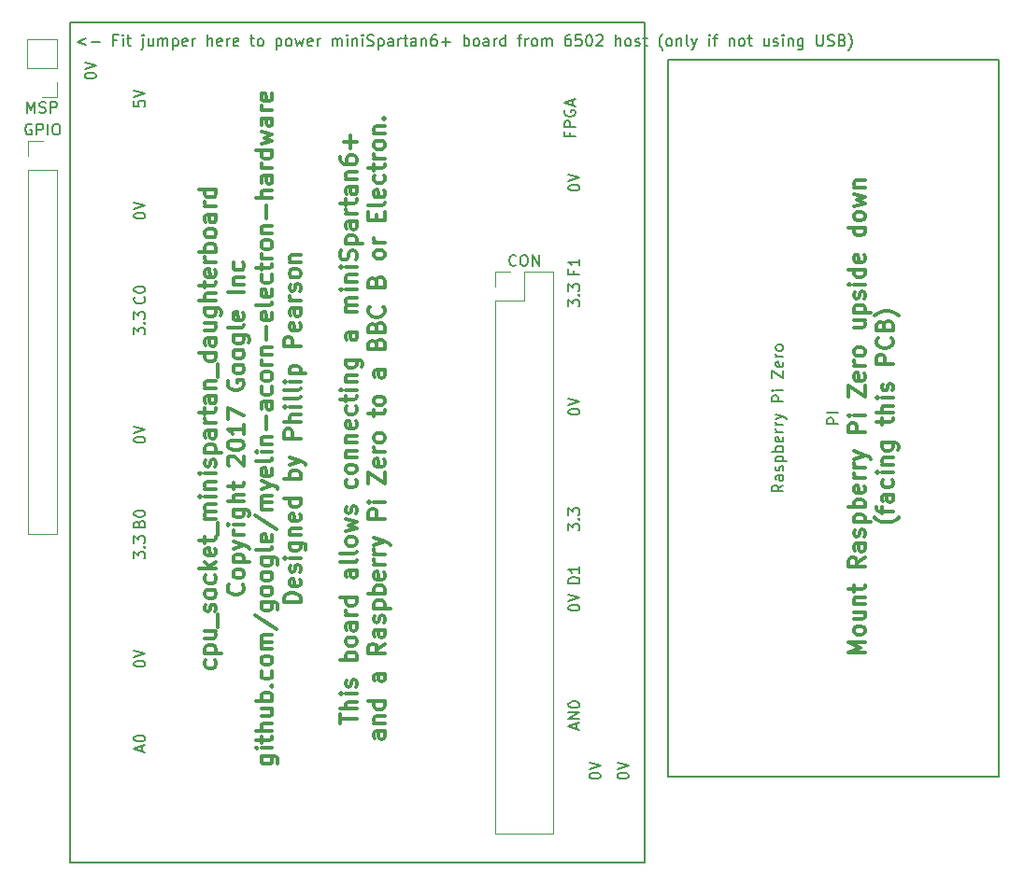
<source format=gto>
G04 #@! TF.FileFunction,Legend,Top*
%FSLAX46Y46*%
G04 Gerber Fmt 4.6, Leading zero omitted, Abs format (unit mm)*
G04 Created by KiCad (PCBNEW 4.0.6) date Saturday, October 28, 2017 'PMt' 04:53:39 PM*
%MOMM*%
%LPD*%
G01*
G04 APERTURE LIST*
%ADD10C,0.100000*%
%ADD11C,0.200000*%
%ADD12C,0.300000*%
%ADD13C,0.120000*%
%ADD14C,0.150000*%
G04 APERTURE END LIST*
D10*
D11*
X107800472Y-55985714D02*
X107038567Y-56271429D01*
X107800472Y-56557143D01*
X108276662Y-56271429D02*
X109038567Y-56271429D01*
X110609996Y-56128571D02*
X110276662Y-56128571D01*
X110276662Y-56652381D02*
X110276662Y-55652381D01*
X110752853Y-55652381D01*
X111133805Y-56652381D02*
X111133805Y-55985714D01*
X111133805Y-55652381D02*
X111086186Y-55700000D01*
X111133805Y-55747619D01*
X111181424Y-55700000D01*
X111133805Y-55652381D01*
X111133805Y-55747619D01*
X111467138Y-55985714D02*
X111848090Y-55985714D01*
X111609995Y-55652381D02*
X111609995Y-56509524D01*
X111657614Y-56604762D01*
X111752852Y-56652381D01*
X111848090Y-56652381D01*
X112943329Y-55985714D02*
X112943329Y-56842857D01*
X112895710Y-56938095D01*
X112800472Y-56985714D01*
X112752853Y-56985714D01*
X112943329Y-55652381D02*
X112895710Y-55700000D01*
X112943329Y-55747619D01*
X112990948Y-55700000D01*
X112943329Y-55652381D01*
X112943329Y-55747619D01*
X113848091Y-55985714D02*
X113848091Y-56652381D01*
X113419519Y-55985714D02*
X113419519Y-56509524D01*
X113467138Y-56604762D01*
X113562376Y-56652381D01*
X113705234Y-56652381D01*
X113800472Y-56604762D01*
X113848091Y-56557143D01*
X114324281Y-56652381D02*
X114324281Y-55985714D01*
X114324281Y-56080952D02*
X114371900Y-56033333D01*
X114467138Y-55985714D01*
X114609996Y-55985714D01*
X114705234Y-56033333D01*
X114752853Y-56128571D01*
X114752853Y-56652381D01*
X114752853Y-56128571D02*
X114800472Y-56033333D01*
X114895710Y-55985714D01*
X115038567Y-55985714D01*
X115133805Y-56033333D01*
X115181424Y-56128571D01*
X115181424Y-56652381D01*
X115657614Y-55985714D02*
X115657614Y-56985714D01*
X115657614Y-56033333D02*
X115752852Y-55985714D01*
X115943329Y-55985714D01*
X116038567Y-56033333D01*
X116086186Y-56080952D01*
X116133805Y-56176190D01*
X116133805Y-56461905D01*
X116086186Y-56557143D01*
X116038567Y-56604762D01*
X115943329Y-56652381D01*
X115752852Y-56652381D01*
X115657614Y-56604762D01*
X116943329Y-56604762D02*
X116848091Y-56652381D01*
X116657614Y-56652381D01*
X116562376Y-56604762D01*
X116514757Y-56509524D01*
X116514757Y-56128571D01*
X116562376Y-56033333D01*
X116657614Y-55985714D01*
X116848091Y-55985714D01*
X116943329Y-56033333D01*
X116990948Y-56128571D01*
X116990948Y-56223810D01*
X116514757Y-56319048D01*
X117419519Y-56652381D02*
X117419519Y-55985714D01*
X117419519Y-56176190D02*
X117467138Y-56080952D01*
X117514757Y-56033333D01*
X117609995Y-55985714D01*
X117705234Y-55985714D01*
X118800472Y-56652381D02*
X118800472Y-55652381D01*
X119229044Y-56652381D02*
X119229044Y-56128571D01*
X119181425Y-56033333D01*
X119086187Y-55985714D01*
X118943329Y-55985714D01*
X118848091Y-56033333D01*
X118800472Y-56080952D01*
X120086187Y-56604762D02*
X119990949Y-56652381D01*
X119800472Y-56652381D01*
X119705234Y-56604762D01*
X119657615Y-56509524D01*
X119657615Y-56128571D01*
X119705234Y-56033333D01*
X119800472Y-55985714D01*
X119990949Y-55985714D01*
X120086187Y-56033333D01*
X120133806Y-56128571D01*
X120133806Y-56223810D01*
X119657615Y-56319048D01*
X120562377Y-56652381D02*
X120562377Y-55985714D01*
X120562377Y-56176190D02*
X120609996Y-56080952D01*
X120657615Y-56033333D01*
X120752853Y-55985714D01*
X120848092Y-55985714D01*
X121562378Y-56604762D02*
X121467140Y-56652381D01*
X121276663Y-56652381D01*
X121181425Y-56604762D01*
X121133806Y-56509524D01*
X121133806Y-56128571D01*
X121181425Y-56033333D01*
X121276663Y-55985714D01*
X121467140Y-55985714D01*
X121562378Y-56033333D01*
X121609997Y-56128571D01*
X121609997Y-56223810D01*
X121133806Y-56319048D01*
X122657616Y-55985714D02*
X123038568Y-55985714D01*
X122800473Y-55652381D02*
X122800473Y-56509524D01*
X122848092Y-56604762D01*
X122943330Y-56652381D01*
X123038568Y-56652381D01*
X123514759Y-56652381D02*
X123419521Y-56604762D01*
X123371902Y-56557143D01*
X123324283Y-56461905D01*
X123324283Y-56176190D01*
X123371902Y-56080952D01*
X123419521Y-56033333D01*
X123514759Y-55985714D01*
X123657617Y-55985714D01*
X123752855Y-56033333D01*
X123800474Y-56080952D01*
X123848093Y-56176190D01*
X123848093Y-56461905D01*
X123800474Y-56557143D01*
X123752855Y-56604762D01*
X123657617Y-56652381D01*
X123514759Y-56652381D01*
X125038569Y-55985714D02*
X125038569Y-56985714D01*
X125038569Y-56033333D02*
X125133807Y-55985714D01*
X125324284Y-55985714D01*
X125419522Y-56033333D01*
X125467141Y-56080952D01*
X125514760Y-56176190D01*
X125514760Y-56461905D01*
X125467141Y-56557143D01*
X125419522Y-56604762D01*
X125324284Y-56652381D01*
X125133807Y-56652381D01*
X125038569Y-56604762D01*
X126086188Y-56652381D02*
X125990950Y-56604762D01*
X125943331Y-56557143D01*
X125895712Y-56461905D01*
X125895712Y-56176190D01*
X125943331Y-56080952D01*
X125990950Y-56033333D01*
X126086188Y-55985714D01*
X126229046Y-55985714D01*
X126324284Y-56033333D01*
X126371903Y-56080952D01*
X126419522Y-56176190D01*
X126419522Y-56461905D01*
X126371903Y-56557143D01*
X126324284Y-56604762D01*
X126229046Y-56652381D01*
X126086188Y-56652381D01*
X126752855Y-55985714D02*
X126943331Y-56652381D01*
X127133808Y-56176190D01*
X127324284Y-56652381D01*
X127514760Y-55985714D01*
X128276665Y-56604762D02*
X128181427Y-56652381D01*
X127990950Y-56652381D01*
X127895712Y-56604762D01*
X127848093Y-56509524D01*
X127848093Y-56128571D01*
X127895712Y-56033333D01*
X127990950Y-55985714D01*
X128181427Y-55985714D01*
X128276665Y-56033333D01*
X128324284Y-56128571D01*
X128324284Y-56223810D01*
X127848093Y-56319048D01*
X128752855Y-56652381D02*
X128752855Y-55985714D01*
X128752855Y-56176190D02*
X128800474Y-56080952D01*
X128848093Y-56033333D01*
X128943331Y-55985714D01*
X129038570Y-55985714D01*
X130133808Y-56652381D02*
X130133808Y-55985714D01*
X130133808Y-56080952D02*
X130181427Y-56033333D01*
X130276665Y-55985714D01*
X130419523Y-55985714D01*
X130514761Y-56033333D01*
X130562380Y-56128571D01*
X130562380Y-56652381D01*
X130562380Y-56128571D02*
X130609999Y-56033333D01*
X130705237Y-55985714D01*
X130848094Y-55985714D01*
X130943332Y-56033333D01*
X130990951Y-56128571D01*
X130990951Y-56652381D01*
X131467141Y-56652381D02*
X131467141Y-55985714D01*
X131467141Y-55652381D02*
X131419522Y-55700000D01*
X131467141Y-55747619D01*
X131514760Y-55700000D01*
X131467141Y-55652381D01*
X131467141Y-55747619D01*
X131943331Y-55985714D02*
X131943331Y-56652381D01*
X131943331Y-56080952D02*
X131990950Y-56033333D01*
X132086188Y-55985714D01*
X132229046Y-55985714D01*
X132324284Y-56033333D01*
X132371903Y-56128571D01*
X132371903Y-56652381D01*
X132848093Y-56652381D02*
X132848093Y-55985714D01*
X132848093Y-55652381D02*
X132800474Y-55700000D01*
X132848093Y-55747619D01*
X132895712Y-55700000D01*
X132848093Y-55652381D01*
X132848093Y-55747619D01*
X133276664Y-56604762D02*
X133419521Y-56652381D01*
X133657617Y-56652381D01*
X133752855Y-56604762D01*
X133800474Y-56557143D01*
X133848093Y-56461905D01*
X133848093Y-56366667D01*
X133800474Y-56271429D01*
X133752855Y-56223810D01*
X133657617Y-56176190D01*
X133467140Y-56128571D01*
X133371902Y-56080952D01*
X133324283Y-56033333D01*
X133276664Y-55938095D01*
X133276664Y-55842857D01*
X133324283Y-55747619D01*
X133371902Y-55700000D01*
X133467140Y-55652381D01*
X133705236Y-55652381D01*
X133848093Y-55700000D01*
X134276664Y-55985714D02*
X134276664Y-56985714D01*
X134276664Y-56033333D02*
X134371902Y-55985714D01*
X134562379Y-55985714D01*
X134657617Y-56033333D01*
X134705236Y-56080952D01*
X134752855Y-56176190D01*
X134752855Y-56461905D01*
X134705236Y-56557143D01*
X134657617Y-56604762D01*
X134562379Y-56652381D01*
X134371902Y-56652381D01*
X134276664Y-56604762D01*
X135609998Y-56652381D02*
X135609998Y-56128571D01*
X135562379Y-56033333D01*
X135467141Y-55985714D01*
X135276664Y-55985714D01*
X135181426Y-56033333D01*
X135609998Y-56604762D02*
X135514760Y-56652381D01*
X135276664Y-56652381D01*
X135181426Y-56604762D01*
X135133807Y-56509524D01*
X135133807Y-56414286D01*
X135181426Y-56319048D01*
X135276664Y-56271429D01*
X135514760Y-56271429D01*
X135609998Y-56223810D01*
X136086188Y-56652381D02*
X136086188Y-55985714D01*
X136086188Y-56176190D02*
X136133807Y-56080952D01*
X136181426Y-56033333D01*
X136276664Y-55985714D01*
X136371903Y-55985714D01*
X136562379Y-55985714D02*
X136943331Y-55985714D01*
X136705236Y-55652381D02*
X136705236Y-56509524D01*
X136752855Y-56604762D01*
X136848093Y-56652381D01*
X136943331Y-56652381D01*
X137705237Y-56652381D02*
X137705237Y-56128571D01*
X137657618Y-56033333D01*
X137562380Y-55985714D01*
X137371903Y-55985714D01*
X137276665Y-56033333D01*
X137705237Y-56604762D02*
X137609999Y-56652381D01*
X137371903Y-56652381D01*
X137276665Y-56604762D01*
X137229046Y-56509524D01*
X137229046Y-56414286D01*
X137276665Y-56319048D01*
X137371903Y-56271429D01*
X137609999Y-56271429D01*
X137705237Y-56223810D01*
X138181427Y-55985714D02*
X138181427Y-56652381D01*
X138181427Y-56080952D02*
X138229046Y-56033333D01*
X138324284Y-55985714D01*
X138467142Y-55985714D01*
X138562380Y-56033333D01*
X138609999Y-56128571D01*
X138609999Y-56652381D01*
X139514761Y-55652381D02*
X139324284Y-55652381D01*
X139229046Y-55700000D01*
X139181427Y-55747619D01*
X139086189Y-55890476D01*
X139038570Y-56080952D01*
X139038570Y-56461905D01*
X139086189Y-56557143D01*
X139133808Y-56604762D01*
X139229046Y-56652381D01*
X139419523Y-56652381D01*
X139514761Y-56604762D01*
X139562380Y-56557143D01*
X139609999Y-56461905D01*
X139609999Y-56223810D01*
X139562380Y-56128571D01*
X139514761Y-56080952D01*
X139419523Y-56033333D01*
X139229046Y-56033333D01*
X139133808Y-56080952D01*
X139086189Y-56128571D01*
X139038570Y-56223810D01*
X140038570Y-56271429D02*
X140800475Y-56271429D01*
X140419523Y-56652381D02*
X140419523Y-55890476D01*
X142038570Y-56652381D02*
X142038570Y-55652381D01*
X142038570Y-56033333D02*
X142133808Y-55985714D01*
X142324285Y-55985714D01*
X142419523Y-56033333D01*
X142467142Y-56080952D01*
X142514761Y-56176190D01*
X142514761Y-56461905D01*
X142467142Y-56557143D01*
X142419523Y-56604762D01*
X142324285Y-56652381D01*
X142133808Y-56652381D01*
X142038570Y-56604762D01*
X143086189Y-56652381D02*
X142990951Y-56604762D01*
X142943332Y-56557143D01*
X142895713Y-56461905D01*
X142895713Y-56176190D01*
X142943332Y-56080952D01*
X142990951Y-56033333D01*
X143086189Y-55985714D01*
X143229047Y-55985714D01*
X143324285Y-56033333D01*
X143371904Y-56080952D01*
X143419523Y-56176190D01*
X143419523Y-56461905D01*
X143371904Y-56557143D01*
X143324285Y-56604762D01*
X143229047Y-56652381D01*
X143086189Y-56652381D01*
X144276666Y-56652381D02*
X144276666Y-56128571D01*
X144229047Y-56033333D01*
X144133809Y-55985714D01*
X143943332Y-55985714D01*
X143848094Y-56033333D01*
X144276666Y-56604762D02*
X144181428Y-56652381D01*
X143943332Y-56652381D01*
X143848094Y-56604762D01*
X143800475Y-56509524D01*
X143800475Y-56414286D01*
X143848094Y-56319048D01*
X143943332Y-56271429D01*
X144181428Y-56271429D01*
X144276666Y-56223810D01*
X144752856Y-56652381D02*
X144752856Y-55985714D01*
X144752856Y-56176190D02*
X144800475Y-56080952D01*
X144848094Y-56033333D01*
X144943332Y-55985714D01*
X145038571Y-55985714D01*
X145800476Y-56652381D02*
X145800476Y-55652381D01*
X145800476Y-56604762D02*
X145705238Y-56652381D01*
X145514761Y-56652381D01*
X145419523Y-56604762D01*
X145371904Y-56557143D01*
X145324285Y-56461905D01*
X145324285Y-56176190D01*
X145371904Y-56080952D01*
X145419523Y-56033333D01*
X145514761Y-55985714D01*
X145705238Y-55985714D01*
X145800476Y-56033333D01*
X146895714Y-55985714D02*
X147276666Y-55985714D01*
X147038571Y-56652381D02*
X147038571Y-55795238D01*
X147086190Y-55700000D01*
X147181428Y-55652381D01*
X147276666Y-55652381D01*
X147610000Y-56652381D02*
X147610000Y-55985714D01*
X147610000Y-56176190D02*
X147657619Y-56080952D01*
X147705238Y-56033333D01*
X147800476Y-55985714D01*
X147895715Y-55985714D01*
X148371905Y-56652381D02*
X148276667Y-56604762D01*
X148229048Y-56557143D01*
X148181429Y-56461905D01*
X148181429Y-56176190D01*
X148229048Y-56080952D01*
X148276667Y-56033333D01*
X148371905Y-55985714D01*
X148514763Y-55985714D01*
X148610001Y-56033333D01*
X148657620Y-56080952D01*
X148705239Y-56176190D01*
X148705239Y-56461905D01*
X148657620Y-56557143D01*
X148610001Y-56604762D01*
X148514763Y-56652381D01*
X148371905Y-56652381D01*
X149133810Y-56652381D02*
X149133810Y-55985714D01*
X149133810Y-56080952D02*
X149181429Y-56033333D01*
X149276667Y-55985714D01*
X149419525Y-55985714D01*
X149514763Y-56033333D01*
X149562382Y-56128571D01*
X149562382Y-56652381D01*
X149562382Y-56128571D02*
X149610001Y-56033333D01*
X149705239Y-55985714D01*
X149848096Y-55985714D01*
X149943334Y-56033333D01*
X149990953Y-56128571D01*
X149990953Y-56652381D01*
X151657620Y-55652381D02*
X151467143Y-55652381D01*
X151371905Y-55700000D01*
X151324286Y-55747619D01*
X151229048Y-55890476D01*
X151181429Y-56080952D01*
X151181429Y-56461905D01*
X151229048Y-56557143D01*
X151276667Y-56604762D01*
X151371905Y-56652381D01*
X151562382Y-56652381D01*
X151657620Y-56604762D01*
X151705239Y-56557143D01*
X151752858Y-56461905D01*
X151752858Y-56223810D01*
X151705239Y-56128571D01*
X151657620Y-56080952D01*
X151562382Y-56033333D01*
X151371905Y-56033333D01*
X151276667Y-56080952D01*
X151229048Y-56128571D01*
X151181429Y-56223810D01*
X152657620Y-55652381D02*
X152181429Y-55652381D01*
X152133810Y-56128571D01*
X152181429Y-56080952D01*
X152276667Y-56033333D01*
X152514763Y-56033333D01*
X152610001Y-56080952D01*
X152657620Y-56128571D01*
X152705239Y-56223810D01*
X152705239Y-56461905D01*
X152657620Y-56557143D01*
X152610001Y-56604762D01*
X152514763Y-56652381D01*
X152276667Y-56652381D01*
X152181429Y-56604762D01*
X152133810Y-56557143D01*
X153324286Y-55652381D02*
X153419525Y-55652381D01*
X153514763Y-55700000D01*
X153562382Y-55747619D01*
X153610001Y-55842857D01*
X153657620Y-56033333D01*
X153657620Y-56271429D01*
X153610001Y-56461905D01*
X153562382Y-56557143D01*
X153514763Y-56604762D01*
X153419525Y-56652381D01*
X153324286Y-56652381D01*
X153229048Y-56604762D01*
X153181429Y-56557143D01*
X153133810Y-56461905D01*
X153086191Y-56271429D01*
X153086191Y-56033333D01*
X153133810Y-55842857D01*
X153181429Y-55747619D01*
X153229048Y-55700000D01*
X153324286Y-55652381D01*
X154038572Y-55747619D02*
X154086191Y-55700000D01*
X154181429Y-55652381D01*
X154419525Y-55652381D01*
X154514763Y-55700000D01*
X154562382Y-55747619D01*
X154610001Y-55842857D01*
X154610001Y-55938095D01*
X154562382Y-56080952D01*
X153990953Y-56652381D01*
X154610001Y-56652381D01*
X155800477Y-56652381D02*
X155800477Y-55652381D01*
X156229049Y-56652381D02*
X156229049Y-56128571D01*
X156181430Y-56033333D01*
X156086192Y-55985714D01*
X155943334Y-55985714D01*
X155848096Y-56033333D01*
X155800477Y-56080952D01*
X156848096Y-56652381D02*
X156752858Y-56604762D01*
X156705239Y-56557143D01*
X156657620Y-56461905D01*
X156657620Y-56176190D01*
X156705239Y-56080952D01*
X156752858Y-56033333D01*
X156848096Y-55985714D01*
X156990954Y-55985714D01*
X157086192Y-56033333D01*
X157133811Y-56080952D01*
X157181430Y-56176190D01*
X157181430Y-56461905D01*
X157133811Y-56557143D01*
X157086192Y-56604762D01*
X156990954Y-56652381D01*
X156848096Y-56652381D01*
X157562382Y-56604762D02*
X157657620Y-56652381D01*
X157848096Y-56652381D01*
X157943335Y-56604762D01*
X157990954Y-56509524D01*
X157990954Y-56461905D01*
X157943335Y-56366667D01*
X157848096Y-56319048D01*
X157705239Y-56319048D01*
X157610001Y-56271429D01*
X157562382Y-56176190D01*
X157562382Y-56128571D01*
X157610001Y-56033333D01*
X157705239Y-55985714D01*
X157848096Y-55985714D01*
X157943335Y-56033333D01*
X158276668Y-55985714D02*
X158657620Y-55985714D01*
X158419525Y-55652381D02*
X158419525Y-56509524D01*
X158467144Y-56604762D01*
X158562382Y-56652381D01*
X158657620Y-56652381D01*
X160038574Y-57033333D02*
X159990954Y-56985714D01*
X159895716Y-56842857D01*
X159848097Y-56747619D01*
X159800478Y-56604762D01*
X159752859Y-56366667D01*
X159752859Y-56176190D01*
X159800478Y-55938095D01*
X159848097Y-55795238D01*
X159895716Y-55700000D01*
X159990954Y-55557143D01*
X160038574Y-55509524D01*
X160562383Y-56652381D02*
X160467145Y-56604762D01*
X160419526Y-56557143D01*
X160371907Y-56461905D01*
X160371907Y-56176190D01*
X160419526Y-56080952D01*
X160467145Y-56033333D01*
X160562383Y-55985714D01*
X160705241Y-55985714D01*
X160800479Y-56033333D01*
X160848098Y-56080952D01*
X160895717Y-56176190D01*
X160895717Y-56461905D01*
X160848098Y-56557143D01*
X160800479Y-56604762D01*
X160705241Y-56652381D01*
X160562383Y-56652381D01*
X161324288Y-55985714D02*
X161324288Y-56652381D01*
X161324288Y-56080952D02*
X161371907Y-56033333D01*
X161467145Y-55985714D01*
X161610003Y-55985714D01*
X161705241Y-56033333D01*
X161752860Y-56128571D01*
X161752860Y-56652381D01*
X162371907Y-56652381D02*
X162276669Y-56604762D01*
X162229050Y-56509524D01*
X162229050Y-55652381D01*
X162657622Y-55985714D02*
X162895717Y-56652381D01*
X163133813Y-55985714D02*
X162895717Y-56652381D01*
X162800479Y-56890476D01*
X162752860Y-56938095D01*
X162657622Y-56985714D01*
X164276670Y-56652381D02*
X164276670Y-55985714D01*
X164276670Y-55652381D02*
X164229051Y-55700000D01*
X164276670Y-55747619D01*
X164324289Y-55700000D01*
X164276670Y-55652381D01*
X164276670Y-55747619D01*
X164610003Y-55985714D02*
X164990955Y-55985714D01*
X164752860Y-56652381D02*
X164752860Y-55795238D01*
X164800479Y-55700000D01*
X164895717Y-55652381D01*
X164990955Y-55652381D01*
X166086194Y-55985714D02*
X166086194Y-56652381D01*
X166086194Y-56080952D02*
X166133813Y-56033333D01*
X166229051Y-55985714D01*
X166371909Y-55985714D01*
X166467147Y-56033333D01*
X166514766Y-56128571D01*
X166514766Y-56652381D01*
X167133813Y-56652381D02*
X167038575Y-56604762D01*
X166990956Y-56557143D01*
X166943337Y-56461905D01*
X166943337Y-56176190D01*
X166990956Y-56080952D01*
X167038575Y-56033333D01*
X167133813Y-55985714D01*
X167276671Y-55985714D01*
X167371909Y-56033333D01*
X167419528Y-56080952D01*
X167467147Y-56176190D01*
X167467147Y-56461905D01*
X167419528Y-56557143D01*
X167371909Y-56604762D01*
X167276671Y-56652381D01*
X167133813Y-56652381D01*
X167752861Y-55985714D02*
X168133813Y-55985714D01*
X167895718Y-55652381D02*
X167895718Y-56509524D01*
X167943337Y-56604762D01*
X168038575Y-56652381D01*
X168133813Y-56652381D01*
X169657624Y-55985714D02*
X169657624Y-56652381D01*
X169229052Y-55985714D02*
X169229052Y-56509524D01*
X169276671Y-56604762D01*
X169371909Y-56652381D01*
X169514767Y-56652381D01*
X169610005Y-56604762D01*
X169657624Y-56557143D01*
X170086195Y-56604762D02*
X170181433Y-56652381D01*
X170371909Y-56652381D01*
X170467148Y-56604762D01*
X170514767Y-56509524D01*
X170514767Y-56461905D01*
X170467148Y-56366667D01*
X170371909Y-56319048D01*
X170229052Y-56319048D01*
X170133814Y-56271429D01*
X170086195Y-56176190D01*
X170086195Y-56128571D01*
X170133814Y-56033333D01*
X170229052Y-55985714D01*
X170371909Y-55985714D01*
X170467148Y-56033333D01*
X170943338Y-56652381D02*
X170943338Y-55985714D01*
X170943338Y-55652381D02*
X170895719Y-55700000D01*
X170943338Y-55747619D01*
X170990957Y-55700000D01*
X170943338Y-55652381D01*
X170943338Y-55747619D01*
X171419528Y-55985714D02*
X171419528Y-56652381D01*
X171419528Y-56080952D02*
X171467147Y-56033333D01*
X171562385Y-55985714D01*
X171705243Y-55985714D01*
X171800481Y-56033333D01*
X171848100Y-56128571D01*
X171848100Y-56652381D01*
X172752862Y-55985714D02*
X172752862Y-56795238D01*
X172705243Y-56890476D01*
X172657624Y-56938095D01*
X172562385Y-56985714D01*
X172419528Y-56985714D01*
X172324290Y-56938095D01*
X172752862Y-56604762D02*
X172657624Y-56652381D01*
X172467147Y-56652381D01*
X172371909Y-56604762D01*
X172324290Y-56557143D01*
X172276671Y-56461905D01*
X172276671Y-56176190D01*
X172324290Y-56080952D01*
X172371909Y-56033333D01*
X172467147Y-55985714D01*
X172657624Y-55985714D01*
X172752862Y-56033333D01*
X173990957Y-55652381D02*
X173990957Y-56461905D01*
X174038576Y-56557143D01*
X174086195Y-56604762D01*
X174181433Y-56652381D01*
X174371910Y-56652381D01*
X174467148Y-56604762D01*
X174514767Y-56557143D01*
X174562386Y-56461905D01*
X174562386Y-55652381D01*
X174990957Y-56604762D02*
X175133814Y-56652381D01*
X175371910Y-56652381D01*
X175467148Y-56604762D01*
X175514767Y-56557143D01*
X175562386Y-56461905D01*
X175562386Y-56366667D01*
X175514767Y-56271429D01*
X175467148Y-56223810D01*
X175371910Y-56176190D01*
X175181433Y-56128571D01*
X175086195Y-56080952D01*
X175038576Y-56033333D01*
X174990957Y-55938095D01*
X174990957Y-55842857D01*
X175038576Y-55747619D01*
X175086195Y-55700000D01*
X175181433Y-55652381D01*
X175419529Y-55652381D01*
X175562386Y-55700000D01*
X176324291Y-56128571D02*
X176467148Y-56176190D01*
X176514767Y-56223810D01*
X176562386Y-56319048D01*
X176562386Y-56461905D01*
X176514767Y-56557143D01*
X176467148Y-56604762D01*
X176371910Y-56652381D01*
X175990957Y-56652381D01*
X175990957Y-55652381D01*
X176324291Y-55652381D01*
X176419529Y-55700000D01*
X176467148Y-55747619D01*
X176514767Y-55842857D01*
X176514767Y-55938095D01*
X176467148Y-56033333D01*
X176419529Y-56080952D01*
X176324291Y-56128571D01*
X175990957Y-56128571D01*
X176895719Y-57033333D02*
X176943338Y-56985714D01*
X177038576Y-56842857D01*
X177086195Y-56747619D01*
X177133814Y-56604762D01*
X177181433Y-56366667D01*
X177181433Y-56176190D01*
X177133814Y-55938095D01*
X177086195Y-55795238D01*
X177038576Y-55700000D01*
X176943338Y-55557143D01*
X176895719Y-55509524D01*
D12*
X178363571Y-111708571D02*
X176863571Y-111708571D01*
X177935000Y-111208571D01*
X176863571Y-110708571D01*
X178363571Y-110708571D01*
X178363571Y-109779999D02*
X178292143Y-109922857D01*
X178220714Y-109994285D01*
X178077857Y-110065714D01*
X177649286Y-110065714D01*
X177506429Y-109994285D01*
X177435000Y-109922857D01*
X177363571Y-109779999D01*
X177363571Y-109565714D01*
X177435000Y-109422857D01*
X177506429Y-109351428D01*
X177649286Y-109279999D01*
X178077857Y-109279999D01*
X178220714Y-109351428D01*
X178292143Y-109422857D01*
X178363571Y-109565714D01*
X178363571Y-109779999D01*
X177363571Y-107994285D02*
X178363571Y-107994285D01*
X177363571Y-108637142D02*
X178149286Y-108637142D01*
X178292143Y-108565714D01*
X178363571Y-108422856D01*
X178363571Y-108208571D01*
X178292143Y-108065714D01*
X178220714Y-107994285D01*
X177363571Y-107279999D02*
X178363571Y-107279999D01*
X177506429Y-107279999D02*
X177435000Y-107208571D01*
X177363571Y-107065713D01*
X177363571Y-106851428D01*
X177435000Y-106708571D01*
X177577857Y-106637142D01*
X178363571Y-106637142D01*
X177363571Y-106137142D02*
X177363571Y-105565713D01*
X176863571Y-105922856D02*
X178149286Y-105922856D01*
X178292143Y-105851428D01*
X178363571Y-105708570D01*
X178363571Y-105565713D01*
X178363571Y-103065713D02*
X177649286Y-103565713D01*
X178363571Y-103922856D02*
X176863571Y-103922856D01*
X176863571Y-103351428D01*
X176935000Y-103208570D01*
X177006429Y-103137142D01*
X177149286Y-103065713D01*
X177363571Y-103065713D01*
X177506429Y-103137142D01*
X177577857Y-103208570D01*
X177649286Y-103351428D01*
X177649286Y-103922856D01*
X178363571Y-101779999D02*
X177577857Y-101779999D01*
X177435000Y-101851428D01*
X177363571Y-101994285D01*
X177363571Y-102279999D01*
X177435000Y-102422856D01*
X178292143Y-101779999D02*
X178363571Y-101922856D01*
X178363571Y-102279999D01*
X178292143Y-102422856D01*
X178149286Y-102494285D01*
X178006429Y-102494285D01*
X177863571Y-102422856D01*
X177792143Y-102279999D01*
X177792143Y-101922856D01*
X177720714Y-101779999D01*
X178292143Y-101137142D02*
X178363571Y-100994285D01*
X178363571Y-100708570D01*
X178292143Y-100565713D01*
X178149286Y-100494285D01*
X178077857Y-100494285D01*
X177935000Y-100565713D01*
X177863571Y-100708570D01*
X177863571Y-100922856D01*
X177792143Y-101065713D01*
X177649286Y-101137142D01*
X177577857Y-101137142D01*
X177435000Y-101065713D01*
X177363571Y-100922856D01*
X177363571Y-100708570D01*
X177435000Y-100565713D01*
X177363571Y-99851427D02*
X178863571Y-99851427D01*
X177435000Y-99851427D02*
X177363571Y-99708570D01*
X177363571Y-99422856D01*
X177435000Y-99279999D01*
X177506429Y-99208570D01*
X177649286Y-99137141D01*
X178077857Y-99137141D01*
X178220714Y-99208570D01*
X178292143Y-99279999D01*
X178363571Y-99422856D01*
X178363571Y-99708570D01*
X178292143Y-99851427D01*
X178363571Y-98494284D02*
X176863571Y-98494284D01*
X177435000Y-98494284D02*
X177363571Y-98351427D01*
X177363571Y-98065713D01*
X177435000Y-97922856D01*
X177506429Y-97851427D01*
X177649286Y-97779998D01*
X178077857Y-97779998D01*
X178220714Y-97851427D01*
X178292143Y-97922856D01*
X178363571Y-98065713D01*
X178363571Y-98351427D01*
X178292143Y-98494284D01*
X178292143Y-96565713D02*
X178363571Y-96708570D01*
X178363571Y-96994284D01*
X178292143Y-97137141D01*
X178149286Y-97208570D01*
X177577857Y-97208570D01*
X177435000Y-97137141D01*
X177363571Y-96994284D01*
X177363571Y-96708570D01*
X177435000Y-96565713D01*
X177577857Y-96494284D01*
X177720714Y-96494284D01*
X177863571Y-97208570D01*
X178363571Y-95851427D02*
X177363571Y-95851427D01*
X177649286Y-95851427D02*
X177506429Y-95779999D01*
X177435000Y-95708570D01*
X177363571Y-95565713D01*
X177363571Y-95422856D01*
X178363571Y-94922856D02*
X177363571Y-94922856D01*
X177649286Y-94922856D02*
X177506429Y-94851428D01*
X177435000Y-94779999D01*
X177363571Y-94637142D01*
X177363571Y-94494285D01*
X177363571Y-94137142D02*
X178363571Y-93779999D01*
X177363571Y-93422857D02*
X178363571Y-93779999D01*
X178720714Y-93922857D01*
X178792143Y-93994285D01*
X178863571Y-94137142D01*
X178363571Y-91708571D02*
X176863571Y-91708571D01*
X176863571Y-91137143D01*
X176935000Y-90994285D01*
X177006429Y-90922857D01*
X177149286Y-90851428D01*
X177363571Y-90851428D01*
X177506429Y-90922857D01*
X177577857Y-90994285D01*
X177649286Y-91137143D01*
X177649286Y-91708571D01*
X178363571Y-90208571D02*
X177363571Y-90208571D01*
X176863571Y-90208571D02*
X176935000Y-90280000D01*
X177006429Y-90208571D01*
X176935000Y-90137143D01*
X176863571Y-90208571D01*
X177006429Y-90208571D01*
X176863571Y-88494285D02*
X176863571Y-87494285D01*
X178363571Y-88494285D01*
X178363571Y-87494285D01*
X178292143Y-86351429D02*
X178363571Y-86494286D01*
X178363571Y-86780000D01*
X178292143Y-86922857D01*
X178149286Y-86994286D01*
X177577857Y-86994286D01*
X177435000Y-86922857D01*
X177363571Y-86780000D01*
X177363571Y-86494286D01*
X177435000Y-86351429D01*
X177577857Y-86280000D01*
X177720714Y-86280000D01*
X177863571Y-86994286D01*
X178363571Y-85637143D02*
X177363571Y-85637143D01*
X177649286Y-85637143D02*
X177506429Y-85565715D01*
X177435000Y-85494286D01*
X177363571Y-85351429D01*
X177363571Y-85208572D01*
X178363571Y-84494286D02*
X178292143Y-84637144D01*
X178220714Y-84708572D01*
X178077857Y-84780001D01*
X177649286Y-84780001D01*
X177506429Y-84708572D01*
X177435000Y-84637144D01*
X177363571Y-84494286D01*
X177363571Y-84280001D01*
X177435000Y-84137144D01*
X177506429Y-84065715D01*
X177649286Y-83994286D01*
X178077857Y-83994286D01*
X178220714Y-84065715D01*
X178292143Y-84137144D01*
X178363571Y-84280001D01*
X178363571Y-84494286D01*
X177363571Y-81565715D02*
X178363571Y-81565715D01*
X177363571Y-82208572D02*
X178149286Y-82208572D01*
X178292143Y-82137144D01*
X178363571Y-81994286D01*
X178363571Y-81780001D01*
X178292143Y-81637144D01*
X178220714Y-81565715D01*
X177363571Y-80851429D02*
X178863571Y-80851429D01*
X177435000Y-80851429D02*
X177363571Y-80708572D01*
X177363571Y-80422858D01*
X177435000Y-80280001D01*
X177506429Y-80208572D01*
X177649286Y-80137143D01*
X178077857Y-80137143D01*
X178220714Y-80208572D01*
X178292143Y-80280001D01*
X178363571Y-80422858D01*
X178363571Y-80708572D01*
X178292143Y-80851429D01*
X178292143Y-79565715D02*
X178363571Y-79422858D01*
X178363571Y-79137143D01*
X178292143Y-78994286D01*
X178149286Y-78922858D01*
X178077857Y-78922858D01*
X177935000Y-78994286D01*
X177863571Y-79137143D01*
X177863571Y-79351429D01*
X177792143Y-79494286D01*
X177649286Y-79565715D01*
X177577857Y-79565715D01*
X177435000Y-79494286D01*
X177363571Y-79351429D01*
X177363571Y-79137143D01*
X177435000Y-78994286D01*
X178363571Y-78280000D02*
X177363571Y-78280000D01*
X176863571Y-78280000D02*
X176935000Y-78351429D01*
X177006429Y-78280000D01*
X176935000Y-78208572D01*
X176863571Y-78280000D01*
X177006429Y-78280000D01*
X178363571Y-76922857D02*
X176863571Y-76922857D01*
X178292143Y-76922857D02*
X178363571Y-77065714D01*
X178363571Y-77351428D01*
X178292143Y-77494286D01*
X178220714Y-77565714D01*
X178077857Y-77637143D01*
X177649286Y-77637143D01*
X177506429Y-77565714D01*
X177435000Y-77494286D01*
X177363571Y-77351428D01*
X177363571Y-77065714D01*
X177435000Y-76922857D01*
X178292143Y-75637143D02*
X178363571Y-75780000D01*
X178363571Y-76065714D01*
X178292143Y-76208571D01*
X178149286Y-76280000D01*
X177577857Y-76280000D01*
X177435000Y-76208571D01*
X177363571Y-76065714D01*
X177363571Y-75780000D01*
X177435000Y-75637143D01*
X177577857Y-75565714D01*
X177720714Y-75565714D01*
X177863571Y-76280000D01*
X178363571Y-73137143D02*
X176863571Y-73137143D01*
X178292143Y-73137143D02*
X178363571Y-73280000D01*
X178363571Y-73565714D01*
X178292143Y-73708572D01*
X178220714Y-73780000D01*
X178077857Y-73851429D01*
X177649286Y-73851429D01*
X177506429Y-73780000D01*
X177435000Y-73708572D01*
X177363571Y-73565714D01*
X177363571Y-73280000D01*
X177435000Y-73137143D01*
X178363571Y-72208571D02*
X178292143Y-72351429D01*
X178220714Y-72422857D01*
X178077857Y-72494286D01*
X177649286Y-72494286D01*
X177506429Y-72422857D01*
X177435000Y-72351429D01*
X177363571Y-72208571D01*
X177363571Y-71994286D01*
X177435000Y-71851429D01*
X177506429Y-71780000D01*
X177649286Y-71708571D01*
X178077857Y-71708571D01*
X178220714Y-71780000D01*
X178292143Y-71851429D01*
X178363571Y-71994286D01*
X178363571Y-72208571D01*
X177363571Y-71208571D02*
X178363571Y-70922857D01*
X177649286Y-70637143D01*
X178363571Y-70351428D01*
X177363571Y-70065714D01*
X177363571Y-69494285D02*
X178363571Y-69494285D01*
X177506429Y-69494285D02*
X177435000Y-69422857D01*
X177363571Y-69279999D01*
X177363571Y-69065714D01*
X177435000Y-68922857D01*
X177577857Y-68851428D01*
X178363571Y-68851428D01*
X181485000Y-99422858D02*
X181413571Y-99494286D01*
X181199286Y-99637143D01*
X181056429Y-99708572D01*
X180842143Y-99780001D01*
X180485000Y-99851429D01*
X180199286Y-99851429D01*
X179842143Y-99780001D01*
X179627857Y-99708572D01*
X179485000Y-99637143D01*
X179270714Y-99494286D01*
X179199286Y-99422858D01*
X179913571Y-99065715D02*
X179913571Y-98494286D01*
X180913571Y-98851429D02*
X179627857Y-98851429D01*
X179485000Y-98780001D01*
X179413571Y-98637143D01*
X179413571Y-98494286D01*
X180913571Y-97351429D02*
X180127857Y-97351429D01*
X179985000Y-97422858D01*
X179913571Y-97565715D01*
X179913571Y-97851429D01*
X179985000Y-97994286D01*
X180842143Y-97351429D02*
X180913571Y-97494286D01*
X180913571Y-97851429D01*
X180842143Y-97994286D01*
X180699286Y-98065715D01*
X180556429Y-98065715D01*
X180413571Y-97994286D01*
X180342143Y-97851429D01*
X180342143Y-97494286D01*
X180270714Y-97351429D01*
X180842143Y-95994286D02*
X180913571Y-96137143D01*
X180913571Y-96422857D01*
X180842143Y-96565715D01*
X180770714Y-96637143D01*
X180627857Y-96708572D01*
X180199286Y-96708572D01*
X180056429Y-96637143D01*
X179985000Y-96565715D01*
X179913571Y-96422857D01*
X179913571Y-96137143D01*
X179985000Y-95994286D01*
X180913571Y-95351429D02*
X179913571Y-95351429D01*
X179413571Y-95351429D02*
X179485000Y-95422858D01*
X179556429Y-95351429D01*
X179485000Y-95280001D01*
X179413571Y-95351429D01*
X179556429Y-95351429D01*
X179913571Y-94637143D02*
X180913571Y-94637143D01*
X180056429Y-94637143D02*
X179985000Y-94565715D01*
X179913571Y-94422857D01*
X179913571Y-94208572D01*
X179985000Y-94065715D01*
X180127857Y-93994286D01*
X180913571Y-93994286D01*
X179913571Y-92637143D02*
X181127857Y-92637143D01*
X181270714Y-92708572D01*
X181342143Y-92780000D01*
X181413571Y-92922857D01*
X181413571Y-93137143D01*
X181342143Y-93280000D01*
X180842143Y-92637143D02*
X180913571Y-92780000D01*
X180913571Y-93065714D01*
X180842143Y-93208572D01*
X180770714Y-93280000D01*
X180627857Y-93351429D01*
X180199286Y-93351429D01*
X180056429Y-93280000D01*
X179985000Y-93208572D01*
X179913571Y-93065714D01*
X179913571Y-92780000D01*
X179985000Y-92637143D01*
X179913571Y-90994286D02*
X179913571Y-90422857D01*
X179413571Y-90780000D02*
X180699286Y-90780000D01*
X180842143Y-90708572D01*
X180913571Y-90565714D01*
X180913571Y-90422857D01*
X180913571Y-89922857D02*
X179413571Y-89922857D01*
X180913571Y-89280000D02*
X180127857Y-89280000D01*
X179985000Y-89351429D01*
X179913571Y-89494286D01*
X179913571Y-89708571D01*
X179985000Y-89851429D01*
X180056429Y-89922857D01*
X180913571Y-88565714D02*
X179913571Y-88565714D01*
X179413571Y-88565714D02*
X179485000Y-88637143D01*
X179556429Y-88565714D01*
X179485000Y-88494286D01*
X179413571Y-88565714D01*
X179556429Y-88565714D01*
X180842143Y-87922857D02*
X180913571Y-87780000D01*
X180913571Y-87494285D01*
X180842143Y-87351428D01*
X180699286Y-87280000D01*
X180627857Y-87280000D01*
X180485000Y-87351428D01*
X180413571Y-87494285D01*
X180413571Y-87708571D01*
X180342143Y-87851428D01*
X180199286Y-87922857D01*
X180127857Y-87922857D01*
X179985000Y-87851428D01*
X179913571Y-87708571D01*
X179913571Y-87494285D01*
X179985000Y-87351428D01*
X180913571Y-85494285D02*
X179413571Y-85494285D01*
X179413571Y-84922857D01*
X179485000Y-84779999D01*
X179556429Y-84708571D01*
X179699286Y-84637142D01*
X179913571Y-84637142D01*
X180056429Y-84708571D01*
X180127857Y-84779999D01*
X180199286Y-84922857D01*
X180199286Y-85494285D01*
X180770714Y-83137142D02*
X180842143Y-83208571D01*
X180913571Y-83422857D01*
X180913571Y-83565714D01*
X180842143Y-83779999D01*
X180699286Y-83922857D01*
X180556429Y-83994285D01*
X180270714Y-84065714D01*
X180056429Y-84065714D01*
X179770714Y-83994285D01*
X179627857Y-83922857D01*
X179485000Y-83779999D01*
X179413571Y-83565714D01*
X179413571Y-83422857D01*
X179485000Y-83208571D01*
X179556429Y-83137142D01*
X180127857Y-81994285D02*
X180199286Y-81779999D01*
X180270714Y-81708571D01*
X180413571Y-81637142D01*
X180627857Y-81637142D01*
X180770714Y-81708571D01*
X180842143Y-81779999D01*
X180913571Y-81922857D01*
X180913571Y-82494285D01*
X179413571Y-82494285D01*
X179413571Y-81994285D01*
X179485000Y-81851428D01*
X179556429Y-81779999D01*
X179699286Y-81708571D01*
X179842143Y-81708571D01*
X179985000Y-81779999D01*
X180056429Y-81851428D01*
X180127857Y-81994285D01*
X180127857Y-82494285D01*
X181485000Y-81137142D02*
X181413571Y-81065714D01*
X181199286Y-80922857D01*
X181056429Y-80851428D01*
X180842143Y-80779999D01*
X180485000Y-80708571D01*
X180199286Y-80708571D01*
X179842143Y-80779999D01*
X179627857Y-80851428D01*
X179485000Y-80922857D01*
X179270714Y-81065714D01*
X179199286Y-81137142D01*
X119497143Y-112385715D02*
X119568571Y-112528572D01*
X119568571Y-112814286D01*
X119497143Y-112957144D01*
X119425714Y-113028572D01*
X119282857Y-113100001D01*
X118854286Y-113100001D01*
X118711429Y-113028572D01*
X118640000Y-112957144D01*
X118568571Y-112814286D01*
X118568571Y-112528572D01*
X118640000Y-112385715D01*
X118568571Y-111742858D02*
X120068571Y-111742858D01*
X118640000Y-111742858D02*
X118568571Y-111600001D01*
X118568571Y-111314287D01*
X118640000Y-111171430D01*
X118711429Y-111100001D01*
X118854286Y-111028572D01*
X119282857Y-111028572D01*
X119425714Y-111100001D01*
X119497143Y-111171430D01*
X119568571Y-111314287D01*
X119568571Y-111600001D01*
X119497143Y-111742858D01*
X118568571Y-109742858D02*
X119568571Y-109742858D01*
X118568571Y-110385715D02*
X119354286Y-110385715D01*
X119497143Y-110314287D01*
X119568571Y-110171429D01*
X119568571Y-109957144D01*
X119497143Y-109814287D01*
X119425714Y-109742858D01*
X119711429Y-109385715D02*
X119711429Y-108242858D01*
X119497143Y-107957144D02*
X119568571Y-107814287D01*
X119568571Y-107528572D01*
X119497143Y-107385715D01*
X119354286Y-107314287D01*
X119282857Y-107314287D01*
X119140000Y-107385715D01*
X119068571Y-107528572D01*
X119068571Y-107742858D01*
X118997143Y-107885715D01*
X118854286Y-107957144D01*
X118782857Y-107957144D01*
X118640000Y-107885715D01*
X118568571Y-107742858D01*
X118568571Y-107528572D01*
X118640000Y-107385715D01*
X119568571Y-106457143D02*
X119497143Y-106600001D01*
X119425714Y-106671429D01*
X119282857Y-106742858D01*
X118854286Y-106742858D01*
X118711429Y-106671429D01*
X118640000Y-106600001D01*
X118568571Y-106457143D01*
X118568571Y-106242858D01*
X118640000Y-106100001D01*
X118711429Y-106028572D01*
X118854286Y-105957143D01*
X119282857Y-105957143D01*
X119425714Y-106028572D01*
X119497143Y-106100001D01*
X119568571Y-106242858D01*
X119568571Y-106457143D01*
X119497143Y-104671429D02*
X119568571Y-104814286D01*
X119568571Y-105100000D01*
X119497143Y-105242858D01*
X119425714Y-105314286D01*
X119282857Y-105385715D01*
X118854286Y-105385715D01*
X118711429Y-105314286D01*
X118640000Y-105242858D01*
X118568571Y-105100000D01*
X118568571Y-104814286D01*
X118640000Y-104671429D01*
X119568571Y-104028572D02*
X118068571Y-104028572D01*
X118997143Y-103885715D02*
X119568571Y-103457144D01*
X118568571Y-103457144D02*
X119140000Y-104028572D01*
X119497143Y-102242858D02*
X119568571Y-102385715D01*
X119568571Y-102671429D01*
X119497143Y-102814286D01*
X119354286Y-102885715D01*
X118782857Y-102885715D01*
X118640000Y-102814286D01*
X118568571Y-102671429D01*
X118568571Y-102385715D01*
X118640000Y-102242858D01*
X118782857Y-102171429D01*
X118925714Y-102171429D01*
X119068571Y-102885715D01*
X118568571Y-101742858D02*
X118568571Y-101171429D01*
X118068571Y-101528572D02*
X119354286Y-101528572D01*
X119497143Y-101457144D01*
X119568571Y-101314286D01*
X119568571Y-101171429D01*
X119711429Y-101028572D02*
X119711429Y-99885715D01*
X119568571Y-99528572D02*
X118568571Y-99528572D01*
X118711429Y-99528572D02*
X118640000Y-99457144D01*
X118568571Y-99314286D01*
X118568571Y-99100001D01*
X118640000Y-98957144D01*
X118782857Y-98885715D01*
X119568571Y-98885715D01*
X118782857Y-98885715D02*
X118640000Y-98814286D01*
X118568571Y-98671429D01*
X118568571Y-98457144D01*
X118640000Y-98314286D01*
X118782857Y-98242858D01*
X119568571Y-98242858D01*
X119568571Y-97528572D02*
X118568571Y-97528572D01*
X118068571Y-97528572D02*
X118140000Y-97600001D01*
X118211429Y-97528572D01*
X118140000Y-97457144D01*
X118068571Y-97528572D01*
X118211429Y-97528572D01*
X118568571Y-96814286D02*
X119568571Y-96814286D01*
X118711429Y-96814286D02*
X118640000Y-96742858D01*
X118568571Y-96600000D01*
X118568571Y-96385715D01*
X118640000Y-96242858D01*
X118782857Y-96171429D01*
X119568571Y-96171429D01*
X119568571Y-95457143D02*
X118568571Y-95457143D01*
X118068571Y-95457143D02*
X118140000Y-95528572D01*
X118211429Y-95457143D01*
X118140000Y-95385715D01*
X118068571Y-95457143D01*
X118211429Y-95457143D01*
X119497143Y-94814286D02*
X119568571Y-94671429D01*
X119568571Y-94385714D01*
X119497143Y-94242857D01*
X119354286Y-94171429D01*
X119282857Y-94171429D01*
X119140000Y-94242857D01*
X119068571Y-94385714D01*
X119068571Y-94600000D01*
X118997143Y-94742857D01*
X118854286Y-94814286D01*
X118782857Y-94814286D01*
X118640000Y-94742857D01*
X118568571Y-94600000D01*
X118568571Y-94385714D01*
X118640000Y-94242857D01*
X118568571Y-93528571D02*
X120068571Y-93528571D01*
X118640000Y-93528571D02*
X118568571Y-93385714D01*
X118568571Y-93100000D01*
X118640000Y-92957143D01*
X118711429Y-92885714D01*
X118854286Y-92814285D01*
X119282857Y-92814285D01*
X119425714Y-92885714D01*
X119497143Y-92957143D01*
X119568571Y-93100000D01*
X119568571Y-93385714D01*
X119497143Y-93528571D01*
X119568571Y-91528571D02*
X118782857Y-91528571D01*
X118640000Y-91600000D01*
X118568571Y-91742857D01*
X118568571Y-92028571D01*
X118640000Y-92171428D01*
X119497143Y-91528571D02*
X119568571Y-91671428D01*
X119568571Y-92028571D01*
X119497143Y-92171428D01*
X119354286Y-92242857D01*
X119211429Y-92242857D01*
X119068571Y-92171428D01*
X118997143Y-92028571D01*
X118997143Y-91671428D01*
X118925714Y-91528571D01*
X119568571Y-90814285D02*
X118568571Y-90814285D01*
X118854286Y-90814285D02*
X118711429Y-90742857D01*
X118640000Y-90671428D01*
X118568571Y-90528571D01*
X118568571Y-90385714D01*
X118568571Y-90100000D02*
X118568571Y-89528571D01*
X118068571Y-89885714D02*
X119354286Y-89885714D01*
X119497143Y-89814286D01*
X119568571Y-89671428D01*
X119568571Y-89528571D01*
X119568571Y-88385714D02*
X118782857Y-88385714D01*
X118640000Y-88457143D01*
X118568571Y-88600000D01*
X118568571Y-88885714D01*
X118640000Y-89028571D01*
X119497143Y-88385714D02*
X119568571Y-88528571D01*
X119568571Y-88885714D01*
X119497143Y-89028571D01*
X119354286Y-89100000D01*
X119211429Y-89100000D01*
X119068571Y-89028571D01*
X118997143Y-88885714D01*
X118997143Y-88528571D01*
X118925714Y-88385714D01*
X118568571Y-87671428D02*
X119568571Y-87671428D01*
X118711429Y-87671428D02*
X118640000Y-87600000D01*
X118568571Y-87457142D01*
X118568571Y-87242857D01*
X118640000Y-87100000D01*
X118782857Y-87028571D01*
X119568571Y-87028571D01*
X119711429Y-86671428D02*
X119711429Y-85528571D01*
X119568571Y-84528571D02*
X118068571Y-84528571D01*
X119497143Y-84528571D02*
X119568571Y-84671428D01*
X119568571Y-84957142D01*
X119497143Y-85100000D01*
X119425714Y-85171428D01*
X119282857Y-85242857D01*
X118854286Y-85242857D01*
X118711429Y-85171428D01*
X118640000Y-85100000D01*
X118568571Y-84957142D01*
X118568571Y-84671428D01*
X118640000Y-84528571D01*
X119568571Y-83171428D02*
X118782857Y-83171428D01*
X118640000Y-83242857D01*
X118568571Y-83385714D01*
X118568571Y-83671428D01*
X118640000Y-83814285D01*
X119497143Y-83171428D02*
X119568571Y-83314285D01*
X119568571Y-83671428D01*
X119497143Y-83814285D01*
X119354286Y-83885714D01*
X119211429Y-83885714D01*
X119068571Y-83814285D01*
X118997143Y-83671428D01*
X118997143Y-83314285D01*
X118925714Y-83171428D01*
X118568571Y-81814285D02*
X119568571Y-81814285D01*
X118568571Y-82457142D02*
X119354286Y-82457142D01*
X119497143Y-82385714D01*
X119568571Y-82242856D01*
X119568571Y-82028571D01*
X119497143Y-81885714D01*
X119425714Y-81814285D01*
X118568571Y-80457142D02*
X119782857Y-80457142D01*
X119925714Y-80528571D01*
X119997143Y-80599999D01*
X120068571Y-80742856D01*
X120068571Y-80957142D01*
X119997143Y-81099999D01*
X119497143Y-80457142D02*
X119568571Y-80599999D01*
X119568571Y-80885713D01*
X119497143Y-81028571D01*
X119425714Y-81099999D01*
X119282857Y-81171428D01*
X118854286Y-81171428D01*
X118711429Y-81099999D01*
X118640000Y-81028571D01*
X118568571Y-80885713D01*
X118568571Y-80599999D01*
X118640000Y-80457142D01*
X119568571Y-79742856D02*
X118068571Y-79742856D01*
X119568571Y-79099999D02*
X118782857Y-79099999D01*
X118640000Y-79171428D01*
X118568571Y-79314285D01*
X118568571Y-79528570D01*
X118640000Y-79671428D01*
X118711429Y-79742856D01*
X118568571Y-78599999D02*
X118568571Y-78028570D01*
X118068571Y-78385713D02*
X119354286Y-78385713D01*
X119497143Y-78314285D01*
X119568571Y-78171427D01*
X119568571Y-78028570D01*
X119497143Y-76957142D02*
X119568571Y-77099999D01*
X119568571Y-77385713D01*
X119497143Y-77528570D01*
X119354286Y-77599999D01*
X118782857Y-77599999D01*
X118640000Y-77528570D01*
X118568571Y-77385713D01*
X118568571Y-77099999D01*
X118640000Y-76957142D01*
X118782857Y-76885713D01*
X118925714Y-76885713D01*
X119068571Y-77599999D01*
X119568571Y-76242856D02*
X118568571Y-76242856D01*
X118854286Y-76242856D02*
X118711429Y-76171428D01*
X118640000Y-76099999D01*
X118568571Y-75957142D01*
X118568571Y-75814285D01*
X119568571Y-75314285D02*
X118068571Y-75314285D01*
X118640000Y-75314285D02*
X118568571Y-75171428D01*
X118568571Y-74885714D01*
X118640000Y-74742857D01*
X118711429Y-74671428D01*
X118854286Y-74599999D01*
X119282857Y-74599999D01*
X119425714Y-74671428D01*
X119497143Y-74742857D01*
X119568571Y-74885714D01*
X119568571Y-75171428D01*
X119497143Y-75314285D01*
X119568571Y-73742856D02*
X119497143Y-73885714D01*
X119425714Y-73957142D01*
X119282857Y-74028571D01*
X118854286Y-74028571D01*
X118711429Y-73957142D01*
X118640000Y-73885714D01*
X118568571Y-73742856D01*
X118568571Y-73528571D01*
X118640000Y-73385714D01*
X118711429Y-73314285D01*
X118854286Y-73242856D01*
X119282857Y-73242856D01*
X119425714Y-73314285D01*
X119497143Y-73385714D01*
X119568571Y-73528571D01*
X119568571Y-73742856D01*
X119568571Y-71957142D02*
X118782857Y-71957142D01*
X118640000Y-72028571D01*
X118568571Y-72171428D01*
X118568571Y-72457142D01*
X118640000Y-72599999D01*
X119497143Y-71957142D02*
X119568571Y-72099999D01*
X119568571Y-72457142D01*
X119497143Y-72599999D01*
X119354286Y-72671428D01*
X119211429Y-72671428D01*
X119068571Y-72599999D01*
X118997143Y-72457142D01*
X118997143Y-72099999D01*
X118925714Y-71957142D01*
X119568571Y-71242856D02*
X118568571Y-71242856D01*
X118854286Y-71242856D02*
X118711429Y-71171428D01*
X118640000Y-71099999D01*
X118568571Y-70957142D01*
X118568571Y-70814285D01*
X119568571Y-69671428D02*
X118068571Y-69671428D01*
X119497143Y-69671428D02*
X119568571Y-69814285D01*
X119568571Y-70099999D01*
X119497143Y-70242857D01*
X119425714Y-70314285D01*
X119282857Y-70385714D01*
X118854286Y-70385714D01*
X118711429Y-70314285D01*
X118640000Y-70242857D01*
X118568571Y-70099999D01*
X118568571Y-69814285D01*
X118640000Y-69671428D01*
X121975714Y-105492856D02*
X122047143Y-105564285D01*
X122118571Y-105778571D01*
X122118571Y-105921428D01*
X122047143Y-106135713D01*
X121904286Y-106278571D01*
X121761429Y-106349999D01*
X121475714Y-106421428D01*
X121261429Y-106421428D01*
X120975714Y-106349999D01*
X120832857Y-106278571D01*
X120690000Y-106135713D01*
X120618571Y-105921428D01*
X120618571Y-105778571D01*
X120690000Y-105564285D01*
X120761429Y-105492856D01*
X122118571Y-104635713D02*
X122047143Y-104778571D01*
X121975714Y-104849999D01*
X121832857Y-104921428D01*
X121404286Y-104921428D01*
X121261429Y-104849999D01*
X121190000Y-104778571D01*
X121118571Y-104635713D01*
X121118571Y-104421428D01*
X121190000Y-104278571D01*
X121261429Y-104207142D01*
X121404286Y-104135713D01*
X121832857Y-104135713D01*
X121975714Y-104207142D01*
X122047143Y-104278571D01*
X122118571Y-104421428D01*
X122118571Y-104635713D01*
X121118571Y-103492856D02*
X122618571Y-103492856D01*
X121190000Y-103492856D02*
X121118571Y-103349999D01*
X121118571Y-103064285D01*
X121190000Y-102921428D01*
X121261429Y-102849999D01*
X121404286Y-102778570D01*
X121832857Y-102778570D01*
X121975714Y-102849999D01*
X122047143Y-102921428D01*
X122118571Y-103064285D01*
X122118571Y-103349999D01*
X122047143Y-103492856D01*
X121118571Y-102278570D02*
X122118571Y-101921427D01*
X121118571Y-101564285D02*
X122118571Y-101921427D01*
X122475714Y-102064285D01*
X122547143Y-102135713D01*
X122618571Y-102278570D01*
X122118571Y-100992856D02*
X121118571Y-100992856D01*
X121404286Y-100992856D02*
X121261429Y-100921428D01*
X121190000Y-100849999D01*
X121118571Y-100707142D01*
X121118571Y-100564285D01*
X122118571Y-100064285D02*
X121118571Y-100064285D01*
X120618571Y-100064285D02*
X120690000Y-100135714D01*
X120761429Y-100064285D01*
X120690000Y-99992857D01*
X120618571Y-100064285D01*
X120761429Y-100064285D01*
X121118571Y-98707142D02*
X122332857Y-98707142D01*
X122475714Y-98778571D01*
X122547143Y-98849999D01*
X122618571Y-98992856D01*
X122618571Y-99207142D01*
X122547143Y-99349999D01*
X122047143Y-98707142D02*
X122118571Y-98849999D01*
X122118571Y-99135713D01*
X122047143Y-99278571D01*
X121975714Y-99349999D01*
X121832857Y-99421428D01*
X121404286Y-99421428D01*
X121261429Y-99349999D01*
X121190000Y-99278571D01*
X121118571Y-99135713D01*
X121118571Y-98849999D01*
X121190000Y-98707142D01*
X122118571Y-97992856D02*
X120618571Y-97992856D01*
X122118571Y-97349999D02*
X121332857Y-97349999D01*
X121190000Y-97421428D01*
X121118571Y-97564285D01*
X121118571Y-97778570D01*
X121190000Y-97921428D01*
X121261429Y-97992856D01*
X121118571Y-96849999D02*
X121118571Y-96278570D01*
X120618571Y-96635713D02*
X121904286Y-96635713D01*
X122047143Y-96564285D01*
X122118571Y-96421427D01*
X122118571Y-96278570D01*
X120761429Y-94707142D02*
X120690000Y-94635713D01*
X120618571Y-94492856D01*
X120618571Y-94135713D01*
X120690000Y-93992856D01*
X120761429Y-93921427D01*
X120904286Y-93849999D01*
X121047143Y-93849999D01*
X121261429Y-93921427D01*
X122118571Y-94778570D01*
X122118571Y-93849999D01*
X120618571Y-92921428D02*
X120618571Y-92778571D01*
X120690000Y-92635714D01*
X120761429Y-92564285D01*
X120904286Y-92492856D01*
X121190000Y-92421428D01*
X121547143Y-92421428D01*
X121832857Y-92492856D01*
X121975714Y-92564285D01*
X122047143Y-92635714D01*
X122118571Y-92778571D01*
X122118571Y-92921428D01*
X122047143Y-93064285D01*
X121975714Y-93135714D01*
X121832857Y-93207142D01*
X121547143Y-93278571D01*
X121190000Y-93278571D01*
X120904286Y-93207142D01*
X120761429Y-93135714D01*
X120690000Y-93064285D01*
X120618571Y-92921428D01*
X122118571Y-90992857D02*
X122118571Y-91850000D01*
X122118571Y-91421428D02*
X120618571Y-91421428D01*
X120832857Y-91564285D01*
X120975714Y-91707143D01*
X121047143Y-91850000D01*
X120618571Y-90492857D02*
X120618571Y-89492857D01*
X122118571Y-90135714D01*
X120690000Y-86992858D02*
X120618571Y-87135715D01*
X120618571Y-87350001D01*
X120690000Y-87564286D01*
X120832857Y-87707144D01*
X120975714Y-87778572D01*
X121261429Y-87850001D01*
X121475714Y-87850001D01*
X121761429Y-87778572D01*
X121904286Y-87707144D01*
X122047143Y-87564286D01*
X122118571Y-87350001D01*
X122118571Y-87207144D01*
X122047143Y-86992858D01*
X121975714Y-86921429D01*
X121475714Y-86921429D01*
X121475714Y-87207144D01*
X122118571Y-86064286D02*
X122047143Y-86207144D01*
X121975714Y-86278572D01*
X121832857Y-86350001D01*
X121404286Y-86350001D01*
X121261429Y-86278572D01*
X121190000Y-86207144D01*
X121118571Y-86064286D01*
X121118571Y-85850001D01*
X121190000Y-85707144D01*
X121261429Y-85635715D01*
X121404286Y-85564286D01*
X121832857Y-85564286D01*
X121975714Y-85635715D01*
X122047143Y-85707144D01*
X122118571Y-85850001D01*
X122118571Y-86064286D01*
X122118571Y-84707143D02*
X122047143Y-84850001D01*
X121975714Y-84921429D01*
X121832857Y-84992858D01*
X121404286Y-84992858D01*
X121261429Y-84921429D01*
X121190000Y-84850001D01*
X121118571Y-84707143D01*
X121118571Y-84492858D01*
X121190000Y-84350001D01*
X121261429Y-84278572D01*
X121404286Y-84207143D01*
X121832857Y-84207143D01*
X121975714Y-84278572D01*
X122047143Y-84350001D01*
X122118571Y-84492858D01*
X122118571Y-84707143D01*
X121118571Y-82921429D02*
X122332857Y-82921429D01*
X122475714Y-82992858D01*
X122547143Y-83064286D01*
X122618571Y-83207143D01*
X122618571Y-83421429D01*
X122547143Y-83564286D01*
X122047143Y-82921429D02*
X122118571Y-83064286D01*
X122118571Y-83350000D01*
X122047143Y-83492858D01*
X121975714Y-83564286D01*
X121832857Y-83635715D01*
X121404286Y-83635715D01*
X121261429Y-83564286D01*
X121190000Y-83492858D01*
X121118571Y-83350000D01*
X121118571Y-83064286D01*
X121190000Y-82921429D01*
X122118571Y-81992857D02*
X122047143Y-82135715D01*
X121904286Y-82207143D01*
X120618571Y-82207143D01*
X122047143Y-80850001D02*
X122118571Y-80992858D01*
X122118571Y-81278572D01*
X122047143Y-81421429D01*
X121904286Y-81492858D01*
X121332857Y-81492858D01*
X121190000Y-81421429D01*
X121118571Y-81278572D01*
X121118571Y-80992858D01*
X121190000Y-80850001D01*
X121332857Y-80778572D01*
X121475714Y-80778572D01*
X121618571Y-81492858D01*
X122118571Y-78992858D02*
X120618571Y-78992858D01*
X121118571Y-78278572D02*
X122118571Y-78278572D01*
X121261429Y-78278572D02*
X121190000Y-78207144D01*
X121118571Y-78064286D01*
X121118571Y-77850001D01*
X121190000Y-77707144D01*
X121332857Y-77635715D01*
X122118571Y-77635715D01*
X122047143Y-76278572D02*
X122118571Y-76421429D01*
X122118571Y-76707143D01*
X122047143Y-76850001D01*
X121975714Y-76921429D01*
X121832857Y-76992858D01*
X121404286Y-76992858D01*
X121261429Y-76921429D01*
X121190000Y-76850001D01*
X121118571Y-76707143D01*
X121118571Y-76421429D01*
X121190000Y-76278572D01*
X123668571Y-121064286D02*
X124882857Y-121064286D01*
X125025714Y-121135715D01*
X125097143Y-121207143D01*
X125168571Y-121350000D01*
X125168571Y-121564286D01*
X125097143Y-121707143D01*
X124597143Y-121064286D02*
X124668571Y-121207143D01*
X124668571Y-121492857D01*
X124597143Y-121635715D01*
X124525714Y-121707143D01*
X124382857Y-121778572D01*
X123954286Y-121778572D01*
X123811429Y-121707143D01*
X123740000Y-121635715D01*
X123668571Y-121492857D01*
X123668571Y-121207143D01*
X123740000Y-121064286D01*
X124668571Y-120350000D02*
X123668571Y-120350000D01*
X123168571Y-120350000D02*
X123240000Y-120421429D01*
X123311429Y-120350000D01*
X123240000Y-120278572D01*
X123168571Y-120350000D01*
X123311429Y-120350000D01*
X123668571Y-119850000D02*
X123668571Y-119278571D01*
X123168571Y-119635714D02*
X124454286Y-119635714D01*
X124597143Y-119564286D01*
X124668571Y-119421428D01*
X124668571Y-119278571D01*
X124668571Y-118778571D02*
X123168571Y-118778571D01*
X124668571Y-118135714D02*
X123882857Y-118135714D01*
X123740000Y-118207143D01*
X123668571Y-118350000D01*
X123668571Y-118564285D01*
X123740000Y-118707143D01*
X123811429Y-118778571D01*
X123668571Y-116778571D02*
X124668571Y-116778571D01*
X123668571Y-117421428D02*
X124454286Y-117421428D01*
X124597143Y-117350000D01*
X124668571Y-117207142D01*
X124668571Y-116992857D01*
X124597143Y-116850000D01*
X124525714Y-116778571D01*
X124668571Y-116064285D02*
X123168571Y-116064285D01*
X123740000Y-116064285D02*
X123668571Y-115921428D01*
X123668571Y-115635714D01*
X123740000Y-115492857D01*
X123811429Y-115421428D01*
X123954286Y-115349999D01*
X124382857Y-115349999D01*
X124525714Y-115421428D01*
X124597143Y-115492857D01*
X124668571Y-115635714D01*
X124668571Y-115921428D01*
X124597143Y-116064285D01*
X124525714Y-114707142D02*
X124597143Y-114635714D01*
X124668571Y-114707142D01*
X124597143Y-114778571D01*
X124525714Y-114707142D01*
X124668571Y-114707142D01*
X124597143Y-113349999D02*
X124668571Y-113492856D01*
X124668571Y-113778570D01*
X124597143Y-113921428D01*
X124525714Y-113992856D01*
X124382857Y-114064285D01*
X123954286Y-114064285D01*
X123811429Y-113992856D01*
X123740000Y-113921428D01*
X123668571Y-113778570D01*
X123668571Y-113492856D01*
X123740000Y-113349999D01*
X124668571Y-112492856D02*
X124597143Y-112635714D01*
X124525714Y-112707142D01*
X124382857Y-112778571D01*
X123954286Y-112778571D01*
X123811429Y-112707142D01*
X123740000Y-112635714D01*
X123668571Y-112492856D01*
X123668571Y-112278571D01*
X123740000Y-112135714D01*
X123811429Y-112064285D01*
X123954286Y-111992856D01*
X124382857Y-111992856D01*
X124525714Y-112064285D01*
X124597143Y-112135714D01*
X124668571Y-112278571D01*
X124668571Y-112492856D01*
X124668571Y-111349999D02*
X123668571Y-111349999D01*
X123811429Y-111349999D02*
X123740000Y-111278571D01*
X123668571Y-111135713D01*
X123668571Y-110921428D01*
X123740000Y-110778571D01*
X123882857Y-110707142D01*
X124668571Y-110707142D01*
X123882857Y-110707142D02*
X123740000Y-110635713D01*
X123668571Y-110492856D01*
X123668571Y-110278571D01*
X123740000Y-110135713D01*
X123882857Y-110064285D01*
X124668571Y-110064285D01*
X123097143Y-108278571D02*
X125025714Y-109564285D01*
X123668571Y-107135713D02*
X124882857Y-107135713D01*
X125025714Y-107207142D01*
X125097143Y-107278570D01*
X125168571Y-107421427D01*
X125168571Y-107635713D01*
X125097143Y-107778570D01*
X124597143Y-107135713D02*
X124668571Y-107278570D01*
X124668571Y-107564284D01*
X124597143Y-107707142D01*
X124525714Y-107778570D01*
X124382857Y-107849999D01*
X123954286Y-107849999D01*
X123811429Y-107778570D01*
X123740000Y-107707142D01*
X123668571Y-107564284D01*
X123668571Y-107278570D01*
X123740000Y-107135713D01*
X124668571Y-106207141D02*
X124597143Y-106349999D01*
X124525714Y-106421427D01*
X124382857Y-106492856D01*
X123954286Y-106492856D01*
X123811429Y-106421427D01*
X123740000Y-106349999D01*
X123668571Y-106207141D01*
X123668571Y-105992856D01*
X123740000Y-105849999D01*
X123811429Y-105778570D01*
X123954286Y-105707141D01*
X124382857Y-105707141D01*
X124525714Y-105778570D01*
X124597143Y-105849999D01*
X124668571Y-105992856D01*
X124668571Y-106207141D01*
X124668571Y-104849998D02*
X124597143Y-104992856D01*
X124525714Y-105064284D01*
X124382857Y-105135713D01*
X123954286Y-105135713D01*
X123811429Y-105064284D01*
X123740000Y-104992856D01*
X123668571Y-104849998D01*
X123668571Y-104635713D01*
X123740000Y-104492856D01*
X123811429Y-104421427D01*
X123954286Y-104349998D01*
X124382857Y-104349998D01*
X124525714Y-104421427D01*
X124597143Y-104492856D01*
X124668571Y-104635713D01*
X124668571Y-104849998D01*
X123668571Y-103064284D02*
X124882857Y-103064284D01*
X125025714Y-103135713D01*
X125097143Y-103207141D01*
X125168571Y-103349998D01*
X125168571Y-103564284D01*
X125097143Y-103707141D01*
X124597143Y-103064284D02*
X124668571Y-103207141D01*
X124668571Y-103492855D01*
X124597143Y-103635713D01*
X124525714Y-103707141D01*
X124382857Y-103778570D01*
X123954286Y-103778570D01*
X123811429Y-103707141D01*
X123740000Y-103635713D01*
X123668571Y-103492855D01*
X123668571Y-103207141D01*
X123740000Y-103064284D01*
X124668571Y-102135712D02*
X124597143Y-102278570D01*
X124454286Y-102349998D01*
X123168571Y-102349998D01*
X124597143Y-100992856D02*
X124668571Y-101135713D01*
X124668571Y-101421427D01*
X124597143Y-101564284D01*
X124454286Y-101635713D01*
X123882857Y-101635713D01*
X123740000Y-101564284D01*
X123668571Y-101421427D01*
X123668571Y-101135713D01*
X123740000Y-100992856D01*
X123882857Y-100921427D01*
X124025714Y-100921427D01*
X124168571Y-101635713D01*
X123097143Y-99207142D02*
X125025714Y-100492856D01*
X124668571Y-98707141D02*
X123668571Y-98707141D01*
X123811429Y-98707141D02*
X123740000Y-98635713D01*
X123668571Y-98492855D01*
X123668571Y-98278570D01*
X123740000Y-98135713D01*
X123882857Y-98064284D01*
X124668571Y-98064284D01*
X123882857Y-98064284D02*
X123740000Y-97992855D01*
X123668571Y-97849998D01*
X123668571Y-97635713D01*
X123740000Y-97492855D01*
X123882857Y-97421427D01*
X124668571Y-97421427D01*
X123668571Y-96849998D02*
X124668571Y-96492855D01*
X123668571Y-96135713D02*
X124668571Y-96492855D01*
X125025714Y-96635713D01*
X125097143Y-96707141D01*
X125168571Y-96849998D01*
X124597143Y-94992856D02*
X124668571Y-95135713D01*
X124668571Y-95421427D01*
X124597143Y-95564284D01*
X124454286Y-95635713D01*
X123882857Y-95635713D01*
X123740000Y-95564284D01*
X123668571Y-95421427D01*
X123668571Y-95135713D01*
X123740000Y-94992856D01*
X123882857Y-94921427D01*
X124025714Y-94921427D01*
X124168571Y-95635713D01*
X124668571Y-94064284D02*
X124597143Y-94207142D01*
X124454286Y-94278570D01*
X123168571Y-94278570D01*
X124668571Y-93492856D02*
X123668571Y-93492856D01*
X123168571Y-93492856D02*
X123240000Y-93564285D01*
X123311429Y-93492856D01*
X123240000Y-93421428D01*
X123168571Y-93492856D01*
X123311429Y-93492856D01*
X123668571Y-92778570D02*
X124668571Y-92778570D01*
X123811429Y-92778570D02*
X123740000Y-92707142D01*
X123668571Y-92564284D01*
X123668571Y-92349999D01*
X123740000Y-92207142D01*
X123882857Y-92135713D01*
X124668571Y-92135713D01*
X124097143Y-91421427D02*
X124097143Y-90278570D01*
X124668571Y-88921427D02*
X123882857Y-88921427D01*
X123740000Y-88992856D01*
X123668571Y-89135713D01*
X123668571Y-89421427D01*
X123740000Y-89564284D01*
X124597143Y-88921427D02*
X124668571Y-89064284D01*
X124668571Y-89421427D01*
X124597143Y-89564284D01*
X124454286Y-89635713D01*
X124311429Y-89635713D01*
X124168571Y-89564284D01*
X124097143Y-89421427D01*
X124097143Y-89064284D01*
X124025714Y-88921427D01*
X124597143Y-87564284D02*
X124668571Y-87707141D01*
X124668571Y-87992855D01*
X124597143Y-88135713D01*
X124525714Y-88207141D01*
X124382857Y-88278570D01*
X123954286Y-88278570D01*
X123811429Y-88207141D01*
X123740000Y-88135713D01*
X123668571Y-87992855D01*
X123668571Y-87707141D01*
X123740000Y-87564284D01*
X124668571Y-86707141D02*
X124597143Y-86849999D01*
X124525714Y-86921427D01*
X124382857Y-86992856D01*
X123954286Y-86992856D01*
X123811429Y-86921427D01*
X123740000Y-86849999D01*
X123668571Y-86707141D01*
X123668571Y-86492856D01*
X123740000Y-86349999D01*
X123811429Y-86278570D01*
X123954286Y-86207141D01*
X124382857Y-86207141D01*
X124525714Y-86278570D01*
X124597143Y-86349999D01*
X124668571Y-86492856D01*
X124668571Y-86707141D01*
X124668571Y-85564284D02*
X123668571Y-85564284D01*
X123954286Y-85564284D02*
X123811429Y-85492856D01*
X123740000Y-85421427D01*
X123668571Y-85278570D01*
X123668571Y-85135713D01*
X123668571Y-84635713D02*
X124668571Y-84635713D01*
X123811429Y-84635713D02*
X123740000Y-84564285D01*
X123668571Y-84421427D01*
X123668571Y-84207142D01*
X123740000Y-84064285D01*
X123882857Y-83992856D01*
X124668571Y-83992856D01*
X124097143Y-83278570D02*
X124097143Y-82135713D01*
X124597143Y-80849999D02*
X124668571Y-80992856D01*
X124668571Y-81278570D01*
X124597143Y-81421427D01*
X124454286Y-81492856D01*
X123882857Y-81492856D01*
X123740000Y-81421427D01*
X123668571Y-81278570D01*
X123668571Y-80992856D01*
X123740000Y-80849999D01*
X123882857Y-80778570D01*
X124025714Y-80778570D01*
X124168571Y-81492856D01*
X124668571Y-79921427D02*
X124597143Y-80064285D01*
X124454286Y-80135713D01*
X123168571Y-80135713D01*
X124597143Y-78778571D02*
X124668571Y-78921428D01*
X124668571Y-79207142D01*
X124597143Y-79349999D01*
X124454286Y-79421428D01*
X123882857Y-79421428D01*
X123740000Y-79349999D01*
X123668571Y-79207142D01*
X123668571Y-78921428D01*
X123740000Y-78778571D01*
X123882857Y-78707142D01*
X124025714Y-78707142D01*
X124168571Y-79421428D01*
X124597143Y-77421428D02*
X124668571Y-77564285D01*
X124668571Y-77849999D01*
X124597143Y-77992857D01*
X124525714Y-78064285D01*
X124382857Y-78135714D01*
X123954286Y-78135714D01*
X123811429Y-78064285D01*
X123740000Y-77992857D01*
X123668571Y-77849999D01*
X123668571Y-77564285D01*
X123740000Y-77421428D01*
X123668571Y-76992857D02*
X123668571Y-76421428D01*
X123168571Y-76778571D02*
X124454286Y-76778571D01*
X124597143Y-76707143D01*
X124668571Y-76564285D01*
X124668571Y-76421428D01*
X124668571Y-75921428D02*
X123668571Y-75921428D01*
X123954286Y-75921428D02*
X123811429Y-75850000D01*
X123740000Y-75778571D01*
X123668571Y-75635714D01*
X123668571Y-75492857D01*
X124668571Y-74778571D02*
X124597143Y-74921429D01*
X124525714Y-74992857D01*
X124382857Y-75064286D01*
X123954286Y-75064286D01*
X123811429Y-74992857D01*
X123740000Y-74921429D01*
X123668571Y-74778571D01*
X123668571Y-74564286D01*
X123740000Y-74421429D01*
X123811429Y-74350000D01*
X123954286Y-74278571D01*
X124382857Y-74278571D01*
X124525714Y-74350000D01*
X124597143Y-74421429D01*
X124668571Y-74564286D01*
X124668571Y-74778571D01*
X123668571Y-73635714D02*
X124668571Y-73635714D01*
X123811429Y-73635714D02*
X123740000Y-73564286D01*
X123668571Y-73421428D01*
X123668571Y-73207143D01*
X123740000Y-73064286D01*
X123882857Y-72992857D01*
X124668571Y-72992857D01*
X124097143Y-72278571D02*
X124097143Y-71135714D01*
X124668571Y-70421428D02*
X123168571Y-70421428D01*
X124668571Y-69778571D02*
X123882857Y-69778571D01*
X123740000Y-69850000D01*
X123668571Y-69992857D01*
X123668571Y-70207142D01*
X123740000Y-70350000D01*
X123811429Y-70421428D01*
X124668571Y-68421428D02*
X123882857Y-68421428D01*
X123740000Y-68492857D01*
X123668571Y-68635714D01*
X123668571Y-68921428D01*
X123740000Y-69064285D01*
X124597143Y-68421428D02*
X124668571Y-68564285D01*
X124668571Y-68921428D01*
X124597143Y-69064285D01*
X124454286Y-69135714D01*
X124311429Y-69135714D01*
X124168571Y-69064285D01*
X124097143Y-68921428D01*
X124097143Y-68564285D01*
X124025714Y-68421428D01*
X124668571Y-67707142D02*
X123668571Y-67707142D01*
X123954286Y-67707142D02*
X123811429Y-67635714D01*
X123740000Y-67564285D01*
X123668571Y-67421428D01*
X123668571Y-67278571D01*
X124668571Y-66135714D02*
X123168571Y-66135714D01*
X124597143Y-66135714D02*
X124668571Y-66278571D01*
X124668571Y-66564285D01*
X124597143Y-66707143D01*
X124525714Y-66778571D01*
X124382857Y-66850000D01*
X123954286Y-66850000D01*
X123811429Y-66778571D01*
X123740000Y-66707143D01*
X123668571Y-66564285D01*
X123668571Y-66278571D01*
X123740000Y-66135714D01*
X123668571Y-65564285D02*
X124668571Y-65278571D01*
X123954286Y-64992857D01*
X124668571Y-64707142D01*
X123668571Y-64421428D01*
X124668571Y-63207142D02*
X123882857Y-63207142D01*
X123740000Y-63278571D01*
X123668571Y-63421428D01*
X123668571Y-63707142D01*
X123740000Y-63849999D01*
X124597143Y-63207142D02*
X124668571Y-63349999D01*
X124668571Y-63707142D01*
X124597143Y-63849999D01*
X124454286Y-63921428D01*
X124311429Y-63921428D01*
X124168571Y-63849999D01*
X124097143Y-63707142D01*
X124097143Y-63349999D01*
X124025714Y-63207142D01*
X124668571Y-62492856D02*
X123668571Y-62492856D01*
X123954286Y-62492856D02*
X123811429Y-62421428D01*
X123740000Y-62349999D01*
X123668571Y-62207142D01*
X123668571Y-62064285D01*
X124597143Y-60992857D02*
X124668571Y-61135714D01*
X124668571Y-61421428D01*
X124597143Y-61564285D01*
X124454286Y-61635714D01*
X123882857Y-61635714D01*
X123740000Y-61564285D01*
X123668571Y-61421428D01*
X123668571Y-61135714D01*
X123740000Y-60992857D01*
X123882857Y-60921428D01*
X124025714Y-60921428D01*
X124168571Y-61635714D01*
X127218571Y-107100000D02*
X125718571Y-107100000D01*
X125718571Y-106742857D01*
X125790000Y-106528572D01*
X125932857Y-106385714D01*
X126075714Y-106314286D01*
X126361429Y-106242857D01*
X126575714Y-106242857D01*
X126861429Y-106314286D01*
X127004286Y-106385714D01*
X127147143Y-106528572D01*
X127218571Y-106742857D01*
X127218571Y-107100000D01*
X127147143Y-105028572D02*
X127218571Y-105171429D01*
X127218571Y-105457143D01*
X127147143Y-105600000D01*
X127004286Y-105671429D01*
X126432857Y-105671429D01*
X126290000Y-105600000D01*
X126218571Y-105457143D01*
X126218571Y-105171429D01*
X126290000Y-105028572D01*
X126432857Y-104957143D01*
X126575714Y-104957143D01*
X126718571Y-105671429D01*
X127147143Y-104385715D02*
X127218571Y-104242858D01*
X127218571Y-103957143D01*
X127147143Y-103814286D01*
X127004286Y-103742858D01*
X126932857Y-103742858D01*
X126790000Y-103814286D01*
X126718571Y-103957143D01*
X126718571Y-104171429D01*
X126647143Y-104314286D01*
X126504286Y-104385715D01*
X126432857Y-104385715D01*
X126290000Y-104314286D01*
X126218571Y-104171429D01*
X126218571Y-103957143D01*
X126290000Y-103814286D01*
X127218571Y-103100000D02*
X126218571Y-103100000D01*
X125718571Y-103100000D02*
X125790000Y-103171429D01*
X125861429Y-103100000D01*
X125790000Y-103028572D01*
X125718571Y-103100000D01*
X125861429Y-103100000D01*
X126218571Y-101742857D02*
X127432857Y-101742857D01*
X127575714Y-101814286D01*
X127647143Y-101885714D01*
X127718571Y-102028571D01*
X127718571Y-102242857D01*
X127647143Y-102385714D01*
X127147143Y-101742857D02*
X127218571Y-101885714D01*
X127218571Y-102171428D01*
X127147143Y-102314286D01*
X127075714Y-102385714D01*
X126932857Y-102457143D01*
X126504286Y-102457143D01*
X126361429Y-102385714D01*
X126290000Y-102314286D01*
X126218571Y-102171428D01*
X126218571Y-101885714D01*
X126290000Y-101742857D01*
X126218571Y-101028571D02*
X127218571Y-101028571D01*
X126361429Y-101028571D02*
X126290000Y-100957143D01*
X126218571Y-100814285D01*
X126218571Y-100600000D01*
X126290000Y-100457143D01*
X126432857Y-100385714D01*
X127218571Y-100385714D01*
X127147143Y-99100000D02*
X127218571Y-99242857D01*
X127218571Y-99528571D01*
X127147143Y-99671428D01*
X127004286Y-99742857D01*
X126432857Y-99742857D01*
X126290000Y-99671428D01*
X126218571Y-99528571D01*
X126218571Y-99242857D01*
X126290000Y-99100000D01*
X126432857Y-99028571D01*
X126575714Y-99028571D01*
X126718571Y-99742857D01*
X127218571Y-97742857D02*
X125718571Y-97742857D01*
X127147143Y-97742857D02*
X127218571Y-97885714D01*
X127218571Y-98171428D01*
X127147143Y-98314286D01*
X127075714Y-98385714D01*
X126932857Y-98457143D01*
X126504286Y-98457143D01*
X126361429Y-98385714D01*
X126290000Y-98314286D01*
X126218571Y-98171428D01*
X126218571Y-97885714D01*
X126290000Y-97742857D01*
X127218571Y-95885714D02*
X125718571Y-95885714D01*
X126290000Y-95885714D02*
X126218571Y-95742857D01*
X126218571Y-95457143D01*
X126290000Y-95314286D01*
X126361429Y-95242857D01*
X126504286Y-95171428D01*
X126932857Y-95171428D01*
X127075714Y-95242857D01*
X127147143Y-95314286D01*
X127218571Y-95457143D01*
X127218571Y-95742857D01*
X127147143Y-95885714D01*
X126218571Y-94671428D02*
X127218571Y-94314285D01*
X126218571Y-93957143D02*
X127218571Y-94314285D01*
X127575714Y-94457143D01*
X127647143Y-94528571D01*
X127718571Y-94671428D01*
X127218571Y-92242857D02*
X125718571Y-92242857D01*
X125718571Y-91671429D01*
X125790000Y-91528571D01*
X125861429Y-91457143D01*
X126004286Y-91385714D01*
X126218571Y-91385714D01*
X126361429Y-91457143D01*
X126432857Y-91528571D01*
X126504286Y-91671429D01*
X126504286Y-92242857D01*
X127218571Y-90742857D02*
X125718571Y-90742857D01*
X127218571Y-90100000D02*
X126432857Y-90100000D01*
X126290000Y-90171429D01*
X126218571Y-90314286D01*
X126218571Y-90528571D01*
X126290000Y-90671429D01*
X126361429Y-90742857D01*
X127218571Y-89385714D02*
X126218571Y-89385714D01*
X125718571Y-89385714D02*
X125790000Y-89457143D01*
X125861429Y-89385714D01*
X125790000Y-89314286D01*
X125718571Y-89385714D01*
X125861429Y-89385714D01*
X127218571Y-88457142D02*
X127147143Y-88600000D01*
X127004286Y-88671428D01*
X125718571Y-88671428D01*
X127218571Y-87671428D02*
X127147143Y-87814286D01*
X127004286Y-87885714D01*
X125718571Y-87885714D01*
X127218571Y-87100000D02*
X126218571Y-87100000D01*
X125718571Y-87100000D02*
X125790000Y-87171429D01*
X125861429Y-87100000D01*
X125790000Y-87028572D01*
X125718571Y-87100000D01*
X125861429Y-87100000D01*
X126218571Y-86385714D02*
X127718571Y-86385714D01*
X126290000Y-86385714D02*
X126218571Y-86242857D01*
X126218571Y-85957143D01*
X126290000Y-85814286D01*
X126361429Y-85742857D01*
X126504286Y-85671428D01*
X126932857Y-85671428D01*
X127075714Y-85742857D01*
X127147143Y-85814286D01*
X127218571Y-85957143D01*
X127218571Y-86242857D01*
X127147143Y-86385714D01*
X127218571Y-83885714D02*
X125718571Y-83885714D01*
X125718571Y-83314286D01*
X125790000Y-83171428D01*
X125861429Y-83100000D01*
X126004286Y-83028571D01*
X126218571Y-83028571D01*
X126361429Y-83100000D01*
X126432857Y-83171428D01*
X126504286Y-83314286D01*
X126504286Y-83885714D01*
X127147143Y-81814286D02*
X127218571Y-81957143D01*
X127218571Y-82242857D01*
X127147143Y-82385714D01*
X127004286Y-82457143D01*
X126432857Y-82457143D01*
X126290000Y-82385714D01*
X126218571Y-82242857D01*
X126218571Y-81957143D01*
X126290000Y-81814286D01*
X126432857Y-81742857D01*
X126575714Y-81742857D01*
X126718571Y-82457143D01*
X127218571Y-80457143D02*
X126432857Y-80457143D01*
X126290000Y-80528572D01*
X126218571Y-80671429D01*
X126218571Y-80957143D01*
X126290000Y-81100000D01*
X127147143Y-80457143D02*
X127218571Y-80600000D01*
X127218571Y-80957143D01*
X127147143Y-81100000D01*
X127004286Y-81171429D01*
X126861429Y-81171429D01*
X126718571Y-81100000D01*
X126647143Y-80957143D01*
X126647143Y-80600000D01*
X126575714Y-80457143D01*
X127218571Y-79742857D02*
X126218571Y-79742857D01*
X126504286Y-79742857D02*
X126361429Y-79671429D01*
X126290000Y-79600000D01*
X126218571Y-79457143D01*
X126218571Y-79314286D01*
X127147143Y-78885715D02*
X127218571Y-78742858D01*
X127218571Y-78457143D01*
X127147143Y-78314286D01*
X127004286Y-78242858D01*
X126932857Y-78242858D01*
X126790000Y-78314286D01*
X126718571Y-78457143D01*
X126718571Y-78671429D01*
X126647143Y-78814286D01*
X126504286Y-78885715D01*
X126432857Y-78885715D01*
X126290000Y-78814286D01*
X126218571Y-78671429D01*
X126218571Y-78457143D01*
X126290000Y-78314286D01*
X127218571Y-77385714D02*
X127147143Y-77528572D01*
X127075714Y-77600000D01*
X126932857Y-77671429D01*
X126504286Y-77671429D01*
X126361429Y-77600000D01*
X126290000Y-77528572D01*
X126218571Y-77385714D01*
X126218571Y-77171429D01*
X126290000Y-77028572D01*
X126361429Y-76957143D01*
X126504286Y-76885714D01*
X126932857Y-76885714D01*
X127075714Y-76957143D01*
X127147143Y-77028572D01*
X127218571Y-77171429D01*
X127218571Y-77385714D01*
X126218571Y-76242857D02*
X127218571Y-76242857D01*
X126361429Y-76242857D02*
X126290000Y-76171429D01*
X126218571Y-76028571D01*
X126218571Y-75814286D01*
X126290000Y-75671429D01*
X126432857Y-75600000D01*
X127218571Y-75600000D01*
X130818571Y-118135715D02*
X130818571Y-117278572D01*
X132318571Y-117707143D02*
X130818571Y-117707143D01*
X132318571Y-116778572D02*
X130818571Y-116778572D01*
X132318571Y-116135715D02*
X131532857Y-116135715D01*
X131390000Y-116207144D01*
X131318571Y-116350001D01*
X131318571Y-116564286D01*
X131390000Y-116707144D01*
X131461429Y-116778572D01*
X132318571Y-115421429D02*
X131318571Y-115421429D01*
X130818571Y-115421429D02*
X130890000Y-115492858D01*
X130961429Y-115421429D01*
X130890000Y-115350001D01*
X130818571Y-115421429D01*
X130961429Y-115421429D01*
X132247143Y-114778572D02*
X132318571Y-114635715D01*
X132318571Y-114350000D01*
X132247143Y-114207143D01*
X132104286Y-114135715D01*
X132032857Y-114135715D01*
X131890000Y-114207143D01*
X131818571Y-114350000D01*
X131818571Y-114564286D01*
X131747143Y-114707143D01*
X131604286Y-114778572D01*
X131532857Y-114778572D01*
X131390000Y-114707143D01*
X131318571Y-114564286D01*
X131318571Y-114350000D01*
X131390000Y-114207143D01*
X132318571Y-112350000D02*
X130818571Y-112350000D01*
X131390000Y-112350000D02*
X131318571Y-112207143D01*
X131318571Y-111921429D01*
X131390000Y-111778572D01*
X131461429Y-111707143D01*
X131604286Y-111635714D01*
X132032857Y-111635714D01*
X132175714Y-111707143D01*
X132247143Y-111778572D01*
X132318571Y-111921429D01*
X132318571Y-112207143D01*
X132247143Y-112350000D01*
X132318571Y-110778571D02*
X132247143Y-110921429D01*
X132175714Y-110992857D01*
X132032857Y-111064286D01*
X131604286Y-111064286D01*
X131461429Y-110992857D01*
X131390000Y-110921429D01*
X131318571Y-110778571D01*
X131318571Y-110564286D01*
X131390000Y-110421429D01*
X131461429Y-110350000D01*
X131604286Y-110278571D01*
X132032857Y-110278571D01*
X132175714Y-110350000D01*
X132247143Y-110421429D01*
X132318571Y-110564286D01*
X132318571Y-110778571D01*
X132318571Y-108992857D02*
X131532857Y-108992857D01*
X131390000Y-109064286D01*
X131318571Y-109207143D01*
X131318571Y-109492857D01*
X131390000Y-109635714D01*
X132247143Y-108992857D02*
X132318571Y-109135714D01*
X132318571Y-109492857D01*
X132247143Y-109635714D01*
X132104286Y-109707143D01*
X131961429Y-109707143D01*
X131818571Y-109635714D01*
X131747143Y-109492857D01*
X131747143Y-109135714D01*
X131675714Y-108992857D01*
X132318571Y-108278571D02*
X131318571Y-108278571D01*
X131604286Y-108278571D02*
X131461429Y-108207143D01*
X131390000Y-108135714D01*
X131318571Y-107992857D01*
X131318571Y-107850000D01*
X132318571Y-106707143D02*
X130818571Y-106707143D01*
X132247143Y-106707143D02*
X132318571Y-106850000D01*
X132318571Y-107135714D01*
X132247143Y-107278572D01*
X132175714Y-107350000D01*
X132032857Y-107421429D01*
X131604286Y-107421429D01*
X131461429Y-107350000D01*
X131390000Y-107278572D01*
X131318571Y-107135714D01*
X131318571Y-106850000D01*
X131390000Y-106707143D01*
X132318571Y-104207143D02*
X131532857Y-104207143D01*
X131390000Y-104278572D01*
X131318571Y-104421429D01*
X131318571Y-104707143D01*
X131390000Y-104850000D01*
X132247143Y-104207143D02*
X132318571Y-104350000D01*
X132318571Y-104707143D01*
X132247143Y-104850000D01*
X132104286Y-104921429D01*
X131961429Y-104921429D01*
X131818571Y-104850000D01*
X131747143Y-104707143D01*
X131747143Y-104350000D01*
X131675714Y-104207143D01*
X132318571Y-103278571D02*
X132247143Y-103421429D01*
X132104286Y-103492857D01*
X130818571Y-103492857D01*
X132318571Y-102492857D02*
X132247143Y-102635715D01*
X132104286Y-102707143D01*
X130818571Y-102707143D01*
X132318571Y-101707143D02*
X132247143Y-101850001D01*
X132175714Y-101921429D01*
X132032857Y-101992858D01*
X131604286Y-101992858D01*
X131461429Y-101921429D01*
X131390000Y-101850001D01*
X131318571Y-101707143D01*
X131318571Y-101492858D01*
X131390000Y-101350001D01*
X131461429Y-101278572D01*
X131604286Y-101207143D01*
X132032857Y-101207143D01*
X132175714Y-101278572D01*
X132247143Y-101350001D01*
X132318571Y-101492858D01*
X132318571Y-101707143D01*
X131318571Y-100707143D02*
X132318571Y-100421429D01*
X131604286Y-100135715D01*
X132318571Y-99850000D01*
X131318571Y-99564286D01*
X132247143Y-99064286D02*
X132318571Y-98921429D01*
X132318571Y-98635714D01*
X132247143Y-98492857D01*
X132104286Y-98421429D01*
X132032857Y-98421429D01*
X131890000Y-98492857D01*
X131818571Y-98635714D01*
X131818571Y-98850000D01*
X131747143Y-98992857D01*
X131604286Y-99064286D01*
X131532857Y-99064286D01*
X131390000Y-98992857D01*
X131318571Y-98850000D01*
X131318571Y-98635714D01*
X131390000Y-98492857D01*
X132247143Y-95992857D02*
X132318571Y-96135714D01*
X132318571Y-96421428D01*
X132247143Y-96564286D01*
X132175714Y-96635714D01*
X132032857Y-96707143D01*
X131604286Y-96707143D01*
X131461429Y-96635714D01*
X131390000Y-96564286D01*
X131318571Y-96421428D01*
X131318571Y-96135714D01*
X131390000Y-95992857D01*
X132318571Y-95135714D02*
X132247143Y-95278572D01*
X132175714Y-95350000D01*
X132032857Y-95421429D01*
X131604286Y-95421429D01*
X131461429Y-95350000D01*
X131390000Y-95278572D01*
X131318571Y-95135714D01*
X131318571Y-94921429D01*
X131390000Y-94778572D01*
X131461429Y-94707143D01*
X131604286Y-94635714D01*
X132032857Y-94635714D01*
X132175714Y-94707143D01*
X132247143Y-94778572D01*
X132318571Y-94921429D01*
X132318571Y-95135714D01*
X131318571Y-93992857D02*
X132318571Y-93992857D01*
X131461429Y-93992857D02*
X131390000Y-93921429D01*
X131318571Y-93778571D01*
X131318571Y-93564286D01*
X131390000Y-93421429D01*
X131532857Y-93350000D01*
X132318571Y-93350000D01*
X131318571Y-92635714D02*
X132318571Y-92635714D01*
X131461429Y-92635714D02*
X131390000Y-92564286D01*
X131318571Y-92421428D01*
X131318571Y-92207143D01*
X131390000Y-92064286D01*
X131532857Y-91992857D01*
X132318571Y-91992857D01*
X132247143Y-90707143D02*
X132318571Y-90850000D01*
X132318571Y-91135714D01*
X132247143Y-91278571D01*
X132104286Y-91350000D01*
X131532857Y-91350000D01*
X131390000Y-91278571D01*
X131318571Y-91135714D01*
X131318571Y-90850000D01*
X131390000Y-90707143D01*
X131532857Y-90635714D01*
X131675714Y-90635714D01*
X131818571Y-91350000D01*
X132247143Y-89350000D02*
X132318571Y-89492857D01*
X132318571Y-89778571D01*
X132247143Y-89921429D01*
X132175714Y-89992857D01*
X132032857Y-90064286D01*
X131604286Y-90064286D01*
X131461429Y-89992857D01*
X131390000Y-89921429D01*
X131318571Y-89778571D01*
X131318571Y-89492857D01*
X131390000Y-89350000D01*
X131318571Y-88921429D02*
X131318571Y-88350000D01*
X130818571Y-88707143D02*
X132104286Y-88707143D01*
X132247143Y-88635715D01*
X132318571Y-88492857D01*
X132318571Y-88350000D01*
X132318571Y-87850000D02*
X131318571Y-87850000D01*
X130818571Y-87850000D02*
X130890000Y-87921429D01*
X130961429Y-87850000D01*
X130890000Y-87778572D01*
X130818571Y-87850000D01*
X130961429Y-87850000D01*
X131318571Y-87135714D02*
X132318571Y-87135714D01*
X131461429Y-87135714D02*
X131390000Y-87064286D01*
X131318571Y-86921428D01*
X131318571Y-86707143D01*
X131390000Y-86564286D01*
X131532857Y-86492857D01*
X132318571Y-86492857D01*
X131318571Y-85135714D02*
X132532857Y-85135714D01*
X132675714Y-85207143D01*
X132747143Y-85278571D01*
X132818571Y-85421428D01*
X132818571Y-85635714D01*
X132747143Y-85778571D01*
X132247143Y-85135714D02*
X132318571Y-85278571D01*
X132318571Y-85564285D01*
X132247143Y-85707143D01*
X132175714Y-85778571D01*
X132032857Y-85850000D01*
X131604286Y-85850000D01*
X131461429Y-85778571D01*
X131390000Y-85707143D01*
X131318571Y-85564285D01*
X131318571Y-85278571D01*
X131390000Y-85135714D01*
X132318571Y-82635714D02*
X131532857Y-82635714D01*
X131390000Y-82707143D01*
X131318571Y-82850000D01*
X131318571Y-83135714D01*
X131390000Y-83278571D01*
X132247143Y-82635714D02*
X132318571Y-82778571D01*
X132318571Y-83135714D01*
X132247143Y-83278571D01*
X132104286Y-83350000D01*
X131961429Y-83350000D01*
X131818571Y-83278571D01*
X131747143Y-83135714D01*
X131747143Y-82778571D01*
X131675714Y-82635714D01*
X132318571Y-80778571D02*
X131318571Y-80778571D01*
X131461429Y-80778571D02*
X131390000Y-80707143D01*
X131318571Y-80564285D01*
X131318571Y-80350000D01*
X131390000Y-80207143D01*
X131532857Y-80135714D01*
X132318571Y-80135714D01*
X131532857Y-80135714D02*
X131390000Y-80064285D01*
X131318571Y-79921428D01*
X131318571Y-79707143D01*
X131390000Y-79564285D01*
X131532857Y-79492857D01*
X132318571Y-79492857D01*
X132318571Y-78778571D02*
X131318571Y-78778571D01*
X130818571Y-78778571D02*
X130890000Y-78850000D01*
X130961429Y-78778571D01*
X130890000Y-78707143D01*
X130818571Y-78778571D01*
X130961429Y-78778571D01*
X131318571Y-78064285D02*
X132318571Y-78064285D01*
X131461429Y-78064285D02*
X131390000Y-77992857D01*
X131318571Y-77849999D01*
X131318571Y-77635714D01*
X131390000Y-77492857D01*
X131532857Y-77421428D01*
X132318571Y-77421428D01*
X132318571Y-76707142D02*
X131318571Y-76707142D01*
X130818571Y-76707142D02*
X130890000Y-76778571D01*
X130961429Y-76707142D01*
X130890000Y-76635714D01*
X130818571Y-76707142D01*
X130961429Y-76707142D01*
X132247143Y-76064285D02*
X132318571Y-75849999D01*
X132318571Y-75492856D01*
X132247143Y-75349999D01*
X132175714Y-75278570D01*
X132032857Y-75207142D01*
X131890000Y-75207142D01*
X131747143Y-75278570D01*
X131675714Y-75349999D01*
X131604286Y-75492856D01*
X131532857Y-75778570D01*
X131461429Y-75921428D01*
X131390000Y-75992856D01*
X131247143Y-76064285D01*
X131104286Y-76064285D01*
X130961429Y-75992856D01*
X130890000Y-75921428D01*
X130818571Y-75778570D01*
X130818571Y-75421428D01*
X130890000Y-75207142D01*
X131318571Y-74564285D02*
X132818571Y-74564285D01*
X131390000Y-74564285D02*
X131318571Y-74421428D01*
X131318571Y-74135714D01*
X131390000Y-73992857D01*
X131461429Y-73921428D01*
X131604286Y-73849999D01*
X132032857Y-73849999D01*
X132175714Y-73921428D01*
X132247143Y-73992857D01*
X132318571Y-74135714D01*
X132318571Y-74421428D01*
X132247143Y-74564285D01*
X132318571Y-72564285D02*
X131532857Y-72564285D01*
X131390000Y-72635714D01*
X131318571Y-72778571D01*
X131318571Y-73064285D01*
X131390000Y-73207142D01*
X132247143Y-72564285D02*
X132318571Y-72707142D01*
X132318571Y-73064285D01*
X132247143Y-73207142D01*
X132104286Y-73278571D01*
X131961429Y-73278571D01*
X131818571Y-73207142D01*
X131747143Y-73064285D01*
X131747143Y-72707142D01*
X131675714Y-72564285D01*
X132318571Y-71849999D02*
X131318571Y-71849999D01*
X131604286Y-71849999D02*
X131461429Y-71778571D01*
X131390000Y-71707142D01*
X131318571Y-71564285D01*
X131318571Y-71421428D01*
X131318571Y-71135714D02*
X131318571Y-70564285D01*
X130818571Y-70921428D02*
X132104286Y-70921428D01*
X132247143Y-70850000D01*
X132318571Y-70707142D01*
X132318571Y-70564285D01*
X132318571Y-69421428D02*
X131532857Y-69421428D01*
X131390000Y-69492857D01*
X131318571Y-69635714D01*
X131318571Y-69921428D01*
X131390000Y-70064285D01*
X132247143Y-69421428D02*
X132318571Y-69564285D01*
X132318571Y-69921428D01*
X132247143Y-70064285D01*
X132104286Y-70135714D01*
X131961429Y-70135714D01*
X131818571Y-70064285D01*
X131747143Y-69921428D01*
X131747143Y-69564285D01*
X131675714Y-69421428D01*
X131318571Y-68707142D02*
X132318571Y-68707142D01*
X131461429Y-68707142D02*
X131390000Y-68635714D01*
X131318571Y-68492856D01*
X131318571Y-68278571D01*
X131390000Y-68135714D01*
X131532857Y-68064285D01*
X132318571Y-68064285D01*
X130818571Y-66707142D02*
X130818571Y-66992856D01*
X130890000Y-67135713D01*
X130961429Y-67207142D01*
X131175714Y-67349999D01*
X131461429Y-67421428D01*
X132032857Y-67421428D01*
X132175714Y-67349999D01*
X132247143Y-67278571D01*
X132318571Y-67135713D01*
X132318571Y-66849999D01*
X132247143Y-66707142D01*
X132175714Y-66635713D01*
X132032857Y-66564285D01*
X131675714Y-66564285D01*
X131532857Y-66635713D01*
X131461429Y-66707142D01*
X131390000Y-66849999D01*
X131390000Y-67135713D01*
X131461429Y-67278571D01*
X131532857Y-67349999D01*
X131675714Y-67421428D01*
X131747143Y-65921428D02*
X131747143Y-64778571D01*
X132318571Y-65350000D02*
X131175714Y-65350000D01*
X134868571Y-118814284D02*
X134082857Y-118814284D01*
X133940000Y-118885713D01*
X133868571Y-119028570D01*
X133868571Y-119314284D01*
X133940000Y-119457141D01*
X134797143Y-118814284D02*
X134868571Y-118957141D01*
X134868571Y-119314284D01*
X134797143Y-119457141D01*
X134654286Y-119528570D01*
X134511429Y-119528570D01*
X134368571Y-119457141D01*
X134297143Y-119314284D01*
X134297143Y-118957141D01*
X134225714Y-118814284D01*
X133868571Y-118099998D02*
X134868571Y-118099998D01*
X134011429Y-118099998D02*
X133940000Y-118028570D01*
X133868571Y-117885712D01*
X133868571Y-117671427D01*
X133940000Y-117528570D01*
X134082857Y-117457141D01*
X134868571Y-117457141D01*
X134868571Y-116099998D02*
X133368571Y-116099998D01*
X134797143Y-116099998D02*
X134868571Y-116242855D01*
X134868571Y-116528569D01*
X134797143Y-116671427D01*
X134725714Y-116742855D01*
X134582857Y-116814284D01*
X134154286Y-116814284D01*
X134011429Y-116742855D01*
X133940000Y-116671427D01*
X133868571Y-116528569D01*
X133868571Y-116242855D01*
X133940000Y-116099998D01*
X134868571Y-113599998D02*
X134082857Y-113599998D01*
X133940000Y-113671427D01*
X133868571Y-113814284D01*
X133868571Y-114099998D01*
X133940000Y-114242855D01*
X134797143Y-113599998D02*
X134868571Y-113742855D01*
X134868571Y-114099998D01*
X134797143Y-114242855D01*
X134654286Y-114314284D01*
X134511429Y-114314284D01*
X134368571Y-114242855D01*
X134297143Y-114099998D01*
X134297143Y-113742855D01*
X134225714Y-113599998D01*
X134868571Y-110885712D02*
X134154286Y-111385712D01*
X134868571Y-111742855D02*
X133368571Y-111742855D01*
X133368571Y-111171427D01*
X133440000Y-111028569D01*
X133511429Y-110957141D01*
X133654286Y-110885712D01*
X133868571Y-110885712D01*
X134011429Y-110957141D01*
X134082857Y-111028569D01*
X134154286Y-111171427D01*
X134154286Y-111742855D01*
X134868571Y-109599998D02*
X134082857Y-109599998D01*
X133940000Y-109671427D01*
X133868571Y-109814284D01*
X133868571Y-110099998D01*
X133940000Y-110242855D01*
X134797143Y-109599998D02*
X134868571Y-109742855D01*
X134868571Y-110099998D01*
X134797143Y-110242855D01*
X134654286Y-110314284D01*
X134511429Y-110314284D01*
X134368571Y-110242855D01*
X134297143Y-110099998D01*
X134297143Y-109742855D01*
X134225714Y-109599998D01*
X134797143Y-108957141D02*
X134868571Y-108814284D01*
X134868571Y-108528569D01*
X134797143Y-108385712D01*
X134654286Y-108314284D01*
X134582857Y-108314284D01*
X134440000Y-108385712D01*
X134368571Y-108528569D01*
X134368571Y-108742855D01*
X134297143Y-108885712D01*
X134154286Y-108957141D01*
X134082857Y-108957141D01*
X133940000Y-108885712D01*
X133868571Y-108742855D01*
X133868571Y-108528569D01*
X133940000Y-108385712D01*
X133868571Y-107671426D02*
X135368571Y-107671426D01*
X133940000Y-107671426D02*
X133868571Y-107528569D01*
X133868571Y-107242855D01*
X133940000Y-107099998D01*
X134011429Y-107028569D01*
X134154286Y-106957140D01*
X134582857Y-106957140D01*
X134725714Y-107028569D01*
X134797143Y-107099998D01*
X134868571Y-107242855D01*
X134868571Y-107528569D01*
X134797143Y-107671426D01*
X134868571Y-106314283D02*
X133368571Y-106314283D01*
X133940000Y-106314283D02*
X133868571Y-106171426D01*
X133868571Y-105885712D01*
X133940000Y-105742855D01*
X134011429Y-105671426D01*
X134154286Y-105599997D01*
X134582857Y-105599997D01*
X134725714Y-105671426D01*
X134797143Y-105742855D01*
X134868571Y-105885712D01*
X134868571Y-106171426D01*
X134797143Y-106314283D01*
X134797143Y-104385712D02*
X134868571Y-104528569D01*
X134868571Y-104814283D01*
X134797143Y-104957140D01*
X134654286Y-105028569D01*
X134082857Y-105028569D01*
X133940000Y-104957140D01*
X133868571Y-104814283D01*
X133868571Y-104528569D01*
X133940000Y-104385712D01*
X134082857Y-104314283D01*
X134225714Y-104314283D01*
X134368571Y-105028569D01*
X134868571Y-103671426D02*
X133868571Y-103671426D01*
X134154286Y-103671426D02*
X134011429Y-103599998D01*
X133940000Y-103528569D01*
X133868571Y-103385712D01*
X133868571Y-103242855D01*
X134868571Y-102742855D02*
X133868571Y-102742855D01*
X134154286Y-102742855D02*
X134011429Y-102671427D01*
X133940000Y-102599998D01*
X133868571Y-102457141D01*
X133868571Y-102314284D01*
X133868571Y-101957141D02*
X134868571Y-101599998D01*
X133868571Y-101242856D02*
X134868571Y-101599998D01*
X135225714Y-101742856D01*
X135297143Y-101814284D01*
X135368571Y-101957141D01*
X134868571Y-99528570D02*
X133368571Y-99528570D01*
X133368571Y-98957142D01*
X133440000Y-98814284D01*
X133511429Y-98742856D01*
X133654286Y-98671427D01*
X133868571Y-98671427D01*
X134011429Y-98742856D01*
X134082857Y-98814284D01*
X134154286Y-98957142D01*
X134154286Y-99528570D01*
X134868571Y-98028570D02*
X133868571Y-98028570D01*
X133368571Y-98028570D02*
X133440000Y-98099999D01*
X133511429Y-98028570D01*
X133440000Y-97957142D01*
X133368571Y-98028570D01*
X133511429Y-98028570D01*
X133368571Y-96314284D02*
X133368571Y-95314284D01*
X134868571Y-96314284D01*
X134868571Y-95314284D01*
X134797143Y-94171428D02*
X134868571Y-94314285D01*
X134868571Y-94599999D01*
X134797143Y-94742856D01*
X134654286Y-94814285D01*
X134082857Y-94814285D01*
X133940000Y-94742856D01*
X133868571Y-94599999D01*
X133868571Y-94314285D01*
X133940000Y-94171428D01*
X134082857Y-94099999D01*
X134225714Y-94099999D01*
X134368571Y-94814285D01*
X134868571Y-93457142D02*
X133868571Y-93457142D01*
X134154286Y-93457142D02*
X134011429Y-93385714D01*
X133940000Y-93314285D01*
X133868571Y-93171428D01*
X133868571Y-93028571D01*
X134868571Y-92314285D02*
X134797143Y-92457143D01*
X134725714Y-92528571D01*
X134582857Y-92600000D01*
X134154286Y-92600000D01*
X134011429Y-92528571D01*
X133940000Y-92457143D01*
X133868571Y-92314285D01*
X133868571Y-92100000D01*
X133940000Y-91957143D01*
X134011429Y-91885714D01*
X134154286Y-91814285D01*
X134582857Y-91814285D01*
X134725714Y-91885714D01*
X134797143Y-91957143D01*
X134868571Y-92100000D01*
X134868571Y-92314285D01*
X133868571Y-90242857D02*
X133868571Y-89671428D01*
X133368571Y-90028571D02*
X134654286Y-90028571D01*
X134797143Y-89957143D01*
X134868571Y-89814285D01*
X134868571Y-89671428D01*
X134868571Y-88957142D02*
X134797143Y-89100000D01*
X134725714Y-89171428D01*
X134582857Y-89242857D01*
X134154286Y-89242857D01*
X134011429Y-89171428D01*
X133940000Y-89100000D01*
X133868571Y-88957142D01*
X133868571Y-88742857D01*
X133940000Y-88600000D01*
X134011429Y-88528571D01*
X134154286Y-88457142D01*
X134582857Y-88457142D01*
X134725714Y-88528571D01*
X134797143Y-88600000D01*
X134868571Y-88742857D01*
X134868571Y-88957142D01*
X134868571Y-86028571D02*
X134082857Y-86028571D01*
X133940000Y-86100000D01*
X133868571Y-86242857D01*
X133868571Y-86528571D01*
X133940000Y-86671428D01*
X134797143Y-86028571D02*
X134868571Y-86171428D01*
X134868571Y-86528571D01*
X134797143Y-86671428D01*
X134654286Y-86742857D01*
X134511429Y-86742857D01*
X134368571Y-86671428D01*
X134297143Y-86528571D01*
X134297143Y-86171428D01*
X134225714Y-86028571D01*
X134082857Y-83671428D02*
X134154286Y-83457142D01*
X134225714Y-83385714D01*
X134368571Y-83314285D01*
X134582857Y-83314285D01*
X134725714Y-83385714D01*
X134797143Y-83457142D01*
X134868571Y-83600000D01*
X134868571Y-84171428D01*
X133368571Y-84171428D01*
X133368571Y-83671428D01*
X133440000Y-83528571D01*
X133511429Y-83457142D01*
X133654286Y-83385714D01*
X133797143Y-83385714D01*
X133940000Y-83457142D01*
X134011429Y-83528571D01*
X134082857Y-83671428D01*
X134082857Y-84171428D01*
X134082857Y-82171428D02*
X134154286Y-81957142D01*
X134225714Y-81885714D01*
X134368571Y-81814285D01*
X134582857Y-81814285D01*
X134725714Y-81885714D01*
X134797143Y-81957142D01*
X134868571Y-82100000D01*
X134868571Y-82671428D01*
X133368571Y-82671428D01*
X133368571Y-82171428D01*
X133440000Y-82028571D01*
X133511429Y-81957142D01*
X133654286Y-81885714D01*
X133797143Y-81885714D01*
X133940000Y-81957142D01*
X134011429Y-82028571D01*
X134082857Y-82171428D01*
X134082857Y-82671428D01*
X134725714Y-80314285D02*
X134797143Y-80385714D01*
X134868571Y-80600000D01*
X134868571Y-80742857D01*
X134797143Y-80957142D01*
X134654286Y-81100000D01*
X134511429Y-81171428D01*
X134225714Y-81242857D01*
X134011429Y-81242857D01*
X133725714Y-81171428D01*
X133582857Y-81100000D01*
X133440000Y-80957142D01*
X133368571Y-80742857D01*
X133368571Y-80600000D01*
X133440000Y-80385714D01*
X133511429Y-80314285D01*
X134082857Y-78028571D02*
X134154286Y-77814285D01*
X134225714Y-77742857D01*
X134368571Y-77671428D01*
X134582857Y-77671428D01*
X134725714Y-77742857D01*
X134797143Y-77814285D01*
X134868571Y-77957143D01*
X134868571Y-78528571D01*
X133368571Y-78528571D01*
X133368571Y-78028571D01*
X133440000Y-77885714D01*
X133511429Y-77814285D01*
X133654286Y-77742857D01*
X133797143Y-77742857D01*
X133940000Y-77814285D01*
X134011429Y-77885714D01*
X134082857Y-78028571D01*
X134082857Y-78528571D01*
X134868571Y-75671428D02*
X134797143Y-75814286D01*
X134725714Y-75885714D01*
X134582857Y-75957143D01*
X134154286Y-75957143D01*
X134011429Y-75885714D01*
X133940000Y-75814286D01*
X133868571Y-75671428D01*
X133868571Y-75457143D01*
X133940000Y-75314286D01*
X134011429Y-75242857D01*
X134154286Y-75171428D01*
X134582857Y-75171428D01*
X134725714Y-75242857D01*
X134797143Y-75314286D01*
X134868571Y-75457143D01*
X134868571Y-75671428D01*
X134868571Y-74528571D02*
X133868571Y-74528571D01*
X134154286Y-74528571D02*
X134011429Y-74457143D01*
X133940000Y-74385714D01*
X133868571Y-74242857D01*
X133868571Y-74100000D01*
X134082857Y-72457143D02*
X134082857Y-71957143D01*
X134868571Y-71742857D02*
X134868571Y-72457143D01*
X133368571Y-72457143D01*
X133368571Y-71742857D01*
X134868571Y-70885714D02*
X134797143Y-71028572D01*
X134654286Y-71100000D01*
X133368571Y-71100000D01*
X134797143Y-69742858D02*
X134868571Y-69885715D01*
X134868571Y-70171429D01*
X134797143Y-70314286D01*
X134654286Y-70385715D01*
X134082857Y-70385715D01*
X133940000Y-70314286D01*
X133868571Y-70171429D01*
X133868571Y-69885715D01*
X133940000Y-69742858D01*
X134082857Y-69671429D01*
X134225714Y-69671429D01*
X134368571Y-70385715D01*
X134797143Y-68385715D02*
X134868571Y-68528572D01*
X134868571Y-68814286D01*
X134797143Y-68957144D01*
X134725714Y-69028572D01*
X134582857Y-69100001D01*
X134154286Y-69100001D01*
X134011429Y-69028572D01*
X133940000Y-68957144D01*
X133868571Y-68814286D01*
X133868571Y-68528572D01*
X133940000Y-68385715D01*
X133868571Y-67957144D02*
X133868571Y-67385715D01*
X133368571Y-67742858D02*
X134654286Y-67742858D01*
X134797143Y-67671430D01*
X134868571Y-67528572D01*
X134868571Y-67385715D01*
X134868571Y-66885715D02*
X133868571Y-66885715D01*
X134154286Y-66885715D02*
X134011429Y-66814287D01*
X133940000Y-66742858D01*
X133868571Y-66600001D01*
X133868571Y-66457144D01*
X134868571Y-65742858D02*
X134797143Y-65885716D01*
X134725714Y-65957144D01*
X134582857Y-66028573D01*
X134154286Y-66028573D01*
X134011429Y-65957144D01*
X133940000Y-65885716D01*
X133868571Y-65742858D01*
X133868571Y-65528573D01*
X133940000Y-65385716D01*
X134011429Y-65314287D01*
X134154286Y-65242858D01*
X134582857Y-65242858D01*
X134725714Y-65314287D01*
X134797143Y-65385716D01*
X134868571Y-65528573D01*
X134868571Y-65742858D01*
X133868571Y-64600001D02*
X134868571Y-64600001D01*
X134011429Y-64600001D02*
X133940000Y-64528573D01*
X133868571Y-64385715D01*
X133868571Y-64171430D01*
X133940000Y-64028573D01*
X134082857Y-63957144D01*
X134868571Y-63957144D01*
X134725714Y-63242858D02*
X134797143Y-63171430D01*
X134868571Y-63242858D01*
X134797143Y-63314287D01*
X134725714Y-63242858D01*
X134868571Y-63242858D01*
D13*
X144900000Y-128070000D02*
X150100000Y-128070000D01*
X144900000Y-79750000D02*
X144900000Y-128070000D01*
X150100000Y-77150000D02*
X150100000Y-128070000D01*
X144900000Y-79750000D02*
X147500000Y-79750000D01*
X147500000Y-79750000D02*
X147500000Y-77150000D01*
X147500000Y-77150000D02*
X150100000Y-77150000D01*
X144900000Y-78480000D02*
X144900000Y-77150000D01*
X144900000Y-77150000D02*
X146230000Y-77150000D01*
D14*
X106335000Y-130685000D02*
X106335000Y-54485000D01*
X158405000Y-54485000D02*
X158405000Y-130685000D01*
X106335000Y-54485000D02*
X158405000Y-54485000D01*
X158405000Y-130685000D02*
X106335000Y-130685000D01*
X160510000Y-122930000D02*
X160510000Y-57930000D01*
X160510000Y-57930000D02*
X190510000Y-57930000D01*
X190510000Y-57930000D02*
X190510000Y-122930000D01*
X190510000Y-122930000D02*
X160510000Y-122930000D01*
D13*
X105120000Y-56080000D02*
X102460000Y-56080000D01*
X105120000Y-58680000D02*
X105120000Y-56080000D01*
X102460000Y-58680000D02*
X102460000Y-56080000D01*
X105120000Y-58680000D02*
X102460000Y-58680000D01*
X105120000Y-59950000D02*
X105120000Y-61280000D01*
X105120000Y-61280000D02*
X103790000Y-61280000D01*
X102520000Y-100950000D02*
X105180000Y-100950000D01*
X102520000Y-67870000D02*
X102520000Y-100950000D01*
X105180000Y-67870000D02*
X105180000Y-100950000D01*
X102520000Y-67870000D02*
X105180000Y-67870000D01*
X102520000Y-66600000D02*
X102520000Y-65270000D01*
X102520000Y-65270000D02*
X103850000Y-65270000D01*
D14*
X146761905Y-76507143D02*
X146714286Y-76554762D01*
X146571429Y-76602381D01*
X146476191Y-76602381D01*
X146333333Y-76554762D01*
X146238095Y-76459524D01*
X146190476Y-76364286D01*
X146142857Y-76173810D01*
X146142857Y-76030952D01*
X146190476Y-75840476D01*
X146238095Y-75745238D01*
X146333333Y-75650000D01*
X146476191Y-75602381D01*
X146571429Y-75602381D01*
X146714286Y-75650000D01*
X146761905Y-75697619D01*
X147380952Y-75602381D02*
X147571429Y-75602381D01*
X147666667Y-75650000D01*
X147761905Y-75745238D01*
X147809524Y-75935714D01*
X147809524Y-76269048D01*
X147761905Y-76459524D01*
X147666667Y-76554762D01*
X147571429Y-76602381D01*
X147380952Y-76602381D01*
X147285714Y-76554762D01*
X147190476Y-76459524D01*
X147142857Y-76269048D01*
X147142857Y-75935714D01*
X147190476Y-75745238D01*
X147285714Y-75650000D01*
X147380952Y-75602381D01*
X148238095Y-76602381D02*
X148238095Y-75602381D01*
X148809524Y-76602381D01*
X148809524Y-75602381D01*
X151618571Y-64545714D02*
X151618571Y-64879048D01*
X152142381Y-64879048D02*
X151142381Y-64879048D01*
X151142381Y-64402857D01*
X152142381Y-64021905D02*
X151142381Y-64021905D01*
X151142381Y-63640952D01*
X151190000Y-63545714D01*
X151237619Y-63498095D01*
X151332857Y-63450476D01*
X151475714Y-63450476D01*
X151570952Y-63498095D01*
X151618571Y-63545714D01*
X151666190Y-63640952D01*
X151666190Y-64021905D01*
X151190000Y-62498095D02*
X151142381Y-62593333D01*
X151142381Y-62736190D01*
X151190000Y-62879048D01*
X151285238Y-62974286D01*
X151380476Y-63021905D01*
X151570952Y-63069524D01*
X151713810Y-63069524D01*
X151904286Y-63021905D01*
X151999524Y-62974286D01*
X152094762Y-62879048D01*
X152142381Y-62736190D01*
X152142381Y-62640952D01*
X152094762Y-62498095D01*
X152047143Y-62450476D01*
X151713810Y-62450476D01*
X151713810Y-62640952D01*
X151856667Y-62069524D02*
X151856667Y-61593333D01*
X152142381Y-62164762D02*
X151142381Y-61831429D01*
X152142381Y-61498095D01*
X151983571Y-77043333D02*
X151983571Y-77376667D01*
X152507381Y-77376667D02*
X151507381Y-77376667D01*
X151507381Y-76900476D01*
X152507381Y-75995714D02*
X152507381Y-76567143D01*
X152507381Y-76281429D02*
X151507381Y-76281429D01*
X151650238Y-76376667D01*
X151745476Y-76471905D01*
X151793095Y-76567143D01*
X151507381Y-69566191D02*
X151507381Y-69470952D01*
X151555000Y-69375714D01*
X151602619Y-69328095D01*
X151697857Y-69280476D01*
X151888333Y-69232857D01*
X152126429Y-69232857D01*
X152316905Y-69280476D01*
X152412143Y-69328095D01*
X152459762Y-69375714D01*
X152507381Y-69470952D01*
X152507381Y-69566191D01*
X152459762Y-69661429D01*
X152412143Y-69709048D01*
X152316905Y-69756667D01*
X152126429Y-69804286D01*
X151888333Y-69804286D01*
X151697857Y-69756667D01*
X151602619Y-69709048D01*
X151555000Y-69661429D01*
X151507381Y-69566191D01*
X151507381Y-68947143D02*
X152507381Y-68613810D01*
X151507381Y-68280476D01*
X151507381Y-80297619D02*
X151507381Y-79678571D01*
X151888333Y-80011905D01*
X151888333Y-79869047D01*
X151935952Y-79773809D01*
X151983571Y-79726190D01*
X152078810Y-79678571D01*
X152316905Y-79678571D01*
X152412143Y-79726190D01*
X152459762Y-79773809D01*
X152507381Y-79869047D01*
X152507381Y-80154762D01*
X152459762Y-80250000D01*
X152412143Y-80297619D01*
X152412143Y-79250000D02*
X152459762Y-79202381D01*
X152507381Y-79250000D01*
X152459762Y-79297619D01*
X152412143Y-79250000D01*
X152507381Y-79250000D01*
X151507381Y-78869048D02*
X151507381Y-78250000D01*
X151888333Y-78583334D01*
X151888333Y-78440476D01*
X151935952Y-78345238D01*
X151983571Y-78297619D01*
X152078810Y-78250000D01*
X152316905Y-78250000D01*
X152412143Y-78297619D01*
X152459762Y-78345238D01*
X152507381Y-78440476D01*
X152507381Y-78726191D01*
X152459762Y-78821429D01*
X152412143Y-78869048D01*
X151507381Y-100617619D02*
X151507381Y-99998571D01*
X151888333Y-100331905D01*
X151888333Y-100189047D01*
X151935952Y-100093809D01*
X151983571Y-100046190D01*
X152078810Y-99998571D01*
X152316905Y-99998571D01*
X152412143Y-100046190D01*
X152459762Y-100093809D01*
X152507381Y-100189047D01*
X152507381Y-100474762D01*
X152459762Y-100570000D01*
X152412143Y-100617619D01*
X152412143Y-99570000D02*
X152459762Y-99522381D01*
X152507381Y-99570000D01*
X152459762Y-99617619D01*
X152412143Y-99570000D01*
X152507381Y-99570000D01*
X151507381Y-99189048D02*
X151507381Y-98570000D01*
X151888333Y-98903334D01*
X151888333Y-98760476D01*
X151935952Y-98665238D01*
X151983571Y-98617619D01*
X152078810Y-98570000D01*
X152316905Y-98570000D01*
X152412143Y-98617619D01*
X152459762Y-98665238D01*
X152507381Y-98760476D01*
X152507381Y-99046191D01*
X152459762Y-99141429D01*
X152412143Y-99189048D01*
X151507381Y-89886191D02*
X151507381Y-89790952D01*
X151555000Y-89695714D01*
X151602619Y-89648095D01*
X151697857Y-89600476D01*
X151888333Y-89552857D01*
X152126429Y-89552857D01*
X152316905Y-89600476D01*
X152412143Y-89648095D01*
X152459762Y-89695714D01*
X152507381Y-89790952D01*
X152507381Y-89886191D01*
X152459762Y-89981429D01*
X152412143Y-90029048D01*
X152316905Y-90076667D01*
X152126429Y-90124286D01*
X151888333Y-90124286D01*
X151697857Y-90076667D01*
X151602619Y-90029048D01*
X151555000Y-89981429D01*
X151507381Y-89886191D01*
X151507381Y-89267143D02*
X152507381Y-88933810D01*
X151507381Y-88600476D01*
X152507381Y-105388095D02*
X151507381Y-105388095D01*
X151507381Y-105150000D01*
X151555000Y-105007142D01*
X151650238Y-104911904D01*
X151745476Y-104864285D01*
X151935952Y-104816666D01*
X152078810Y-104816666D01*
X152269286Y-104864285D01*
X152364524Y-104911904D01*
X152459762Y-105007142D01*
X152507381Y-105150000D01*
X152507381Y-105388095D01*
X152507381Y-103864285D02*
X152507381Y-104435714D01*
X152507381Y-104150000D02*
X151507381Y-104150000D01*
X151650238Y-104245238D01*
X151745476Y-104340476D01*
X151793095Y-104435714D01*
X155952381Y-122906191D02*
X155952381Y-122810952D01*
X156000000Y-122715714D01*
X156047619Y-122668095D01*
X156142857Y-122620476D01*
X156333333Y-122572857D01*
X156571429Y-122572857D01*
X156761905Y-122620476D01*
X156857143Y-122668095D01*
X156904762Y-122715714D01*
X156952381Y-122810952D01*
X156952381Y-122906191D01*
X156904762Y-123001429D01*
X156857143Y-123049048D01*
X156761905Y-123096667D01*
X156571429Y-123144286D01*
X156333333Y-123144286D01*
X156142857Y-123096667D01*
X156047619Y-123049048D01*
X156000000Y-123001429D01*
X155952381Y-122906191D01*
X155952381Y-122287143D02*
X156952381Y-121953810D01*
X155952381Y-121620476D01*
X151507381Y-107666191D02*
X151507381Y-107570952D01*
X151555000Y-107475714D01*
X151602619Y-107428095D01*
X151697857Y-107380476D01*
X151888333Y-107332857D01*
X152126429Y-107332857D01*
X152316905Y-107380476D01*
X152412143Y-107428095D01*
X152459762Y-107475714D01*
X152507381Y-107570952D01*
X152507381Y-107666191D01*
X152459762Y-107761429D01*
X152412143Y-107809048D01*
X152316905Y-107856667D01*
X152126429Y-107904286D01*
X151888333Y-107904286D01*
X151697857Y-107856667D01*
X151602619Y-107809048D01*
X151555000Y-107761429D01*
X151507381Y-107666191D01*
X151507381Y-107047143D02*
X152507381Y-106713810D01*
X151507381Y-106380476D01*
X152221667Y-118588095D02*
X152221667Y-118111904D01*
X152507381Y-118683333D02*
X151507381Y-118350000D01*
X152507381Y-118016666D01*
X152507381Y-117683333D02*
X151507381Y-117683333D01*
X152507381Y-117111904D01*
X151507381Y-117111904D01*
X151507381Y-116445238D02*
X151507381Y-116349999D01*
X151555000Y-116254761D01*
X151602619Y-116207142D01*
X151697857Y-116159523D01*
X151888333Y-116111904D01*
X152126429Y-116111904D01*
X152316905Y-116159523D01*
X152412143Y-116207142D01*
X152459762Y-116254761D01*
X152507381Y-116349999D01*
X152507381Y-116445238D01*
X152459762Y-116540476D01*
X152412143Y-116588095D01*
X152316905Y-116635714D01*
X152126429Y-116683333D01*
X151888333Y-116683333D01*
X151697857Y-116635714D01*
X151602619Y-116588095D01*
X151555000Y-116540476D01*
X151507381Y-116445238D01*
X153412381Y-122906191D02*
X153412381Y-122810952D01*
X153460000Y-122715714D01*
X153507619Y-122668095D01*
X153602857Y-122620476D01*
X153793333Y-122572857D01*
X154031429Y-122572857D01*
X154221905Y-122620476D01*
X154317143Y-122668095D01*
X154364762Y-122715714D01*
X154412381Y-122810952D01*
X154412381Y-122906191D01*
X154364762Y-123001429D01*
X154317143Y-123049048D01*
X154221905Y-123096667D01*
X154031429Y-123144286D01*
X153793333Y-123144286D01*
X153602857Y-123096667D01*
X153507619Y-123049048D01*
X153460000Y-123001429D01*
X153412381Y-122906191D01*
X153412381Y-122287143D02*
X154412381Y-121953810D01*
X153412381Y-121620476D01*
X107692381Y-59406191D02*
X107692381Y-59310952D01*
X107740000Y-59215714D01*
X107787619Y-59168095D01*
X107882857Y-59120476D01*
X108073333Y-59072857D01*
X108311429Y-59072857D01*
X108501905Y-59120476D01*
X108597143Y-59168095D01*
X108644762Y-59215714D01*
X108692381Y-59310952D01*
X108692381Y-59406191D01*
X108644762Y-59501429D01*
X108597143Y-59549048D01*
X108501905Y-59596667D01*
X108311429Y-59644286D01*
X108073333Y-59644286D01*
X107882857Y-59596667D01*
X107787619Y-59549048D01*
X107740000Y-59501429D01*
X107692381Y-59406191D01*
X107692381Y-58787143D02*
X108692381Y-58453810D01*
X107692381Y-58120476D01*
X112137381Y-61660476D02*
X112137381Y-62136667D01*
X112613571Y-62184286D01*
X112565952Y-62136667D01*
X112518333Y-62041429D01*
X112518333Y-61803333D01*
X112565952Y-61708095D01*
X112613571Y-61660476D01*
X112708810Y-61612857D01*
X112946905Y-61612857D01*
X113042143Y-61660476D01*
X113089762Y-61708095D01*
X113137381Y-61803333D01*
X113137381Y-62041429D01*
X113089762Y-62136667D01*
X113042143Y-62184286D01*
X112137381Y-61327143D02*
X113137381Y-60993810D01*
X112137381Y-60660476D01*
X112137381Y-72106191D02*
X112137381Y-72010952D01*
X112185000Y-71915714D01*
X112232619Y-71868095D01*
X112327857Y-71820476D01*
X112518333Y-71772857D01*
X112756429Y-71772857D01*
X112946905Y-71820476D01*
X113042143Y-71868095D01*
X113089762Y-71915714D01*
X113137381Y-72010952D01*
X113137381Y-72106191D01*
X113089762Y-72201429D01*
X113042143Y-72249048D01*
X112946905Y-72296667D01*
X112756429Y-72344286D01*
X112518333Y-72344286D01*
X112327857Y-72296667D01*
X112232619Y-72249048D01*
X112185000Y-72201429D01*
X112137381Y-72106191D01*
X112137381Y-71487143D02*
X113137381Y-71153810D01*
X112137381Y-70820476D01*
X113042143Y-79416666D02*
X113089762Y-79464285D01*
X113137381Y-79607142D01*
X113137381Y-79702380D01*
X113089762Y-79845238D01*
X112994524Y-79940476D01*
X112899286Y-79988095D01*
X112708810Y-80035714D01*
X112565952Y-80035714D01*
X112375476Y-79988095D01*
X112280238Y-79940476D01*
X112185000Y-79845238D01*
X112137381Y-79702380D01*
X112137381Y-79607142D01*
X112185000Y-79464285D01*
X112232619Y-79416666D01*
X112137381Y-78797619D02*
X112137381Y-78702380D01*
X112185000Y-78607142D01*
X112232619Y-78559523D01*
X112327857Y-78511904D01*
X112518333Y-78464285D01*
X112756429Y-78464285D01*
X112946905Y-78511904D01*
X113042143Y-78559523D01*
X113089762Y-78607142D01*
X113137381Y-78702380D01*
X113137381Y-78797619D01*
X113089762Y-78892857D01*
X113042143Y-78940476D01*
X112946905Y-78988095D01*
X112756429Y-79035714D01*
X112518333Y-79035714D01*
X112327857Y-78988095D01*
X112232619Y-78940476D01*
X112185000Y-78892857D01*
X112137381Y-78797619D01*
X112137381Y-82837619D02*
X112137381Y-82218571D01*
X112518333Y-82551905D01*
X112518333Y-82409047D01*
X112565952Y-82313809D01*
X112613571Y-82266190D01*
X112708810Y-82218571D01*
X112946905Y-82218571D01*
X113042143Y-82266190D01*
X113089762Y-82313809D01*
X113137381Y-82409047D01*
X113137381Y-82694762D01*
X113089762Y-82790000D01*
X113042143Y-82837619D01*
X113042143Y-81790000D02*
X113089762Y-81742381D01*
X113137381Y-81790000D01*
X113089762Y-81837619D01*
X113042143Y-81790000D01*
X113137381Y-81790000D01*
X112137381Y-81409048D02*
X112137381Y-80790000D01*
X112518333Y-81123334D01*
X112518333Y-80980476D01*
X112565952Y-80885238D01*
X112613571Y-80837619D01*
X112708810Y-80790000D01*
X112946905Y-80790000D01*
X113042143Y-80837619D01*
X113089762Y-80885238D01*
X113137381Y-80980476D01*
X113137381Y-81266191D01*
X113089762Y-81361429D01*
X113042143Y-81409048D01*
X112137381Y-92426191D02*
X112137381Y-92330952D01*
X112185000Y-92235714D01*
X112232619Y-92188095D01*
X112327857Y-92140476D01*
X112518333Y-92092857D01*
X112756429Y-92092857D01*
X112946905Y-92140476D01*
X113042143Y-92188095D01*
X113089762Y-92235714D01*
X113137381Y-92330952D01*
X113137381Y-92426191D01*
X113089762Y-92521429D01*
X113042143Y-92569048D01*
X112946905Y-92616667D01*
X112756429Y-92664286D01*
X112518333Y-92664286D01*
X112327857Y-92616667D01*
X112232619Y-92569048D01*
X112185000Y-92521429D01*
X112137381Y-92426191D01*
X112137381Y-91807143D02*
X113137381Y-91473810D01*
X112137381Y-91140476D01*
X112613571Y-99974761D02*
X112661190Y-99831904D01*
X112708810Y-99784285D01*
X112804048Y-99736666D01*
X112946905Y-99736666D01*
X113042143Y-99784285D01*
X113089762Y-99831904D01*
X113137381Y-99927142D01*
X113137381Y-100308095D01*
X112137381Y-100308095D01*
X112137381Y-99974761D01*
X112185000Y-99879523D01*
X112232619Y-99831904D01*
X112327857Y-99784285D01*
X112423095Y-99784285D01*
X112518333Y-99831904D01*
X112565952Y-99879523D01*
X112613571Y-99974761D01*
X112613571Y-100308095D01*
X112137381Y-99117619D02*
X112137381Y-99022380D01*
X112185000Y-98927142D01*
X112232619Y-98879523D01*
X112327857Y-98831904D01*
X112518333Y-98784285D01*
X112756429Y-98784285D01*
X112946905Y-98831904D01*
X113042143Y-98879523D01*
X113089762Y-98927142D01*
X113137381Y-99022380D01*
X113137381Y-99117619D01*
X113089762Y-99212857D01*
X113042143Y-99260476D01*
X112946905Y-99308095D01*
X112756429Y-99355714D01*
X112518333Y-99355714D01*
X112327857Y-99308095D01*
X112232619Y-99260476D01*
X112185000Y-99212857D01*
X112137381Y-99117619D01*
X112137381Y-103157619D02*
X112137381Y-102538571D01*
X112518333Y-102871905D01*
X112518333Y-102729047D01*
X112565952Y-102633809D01*
X112613571Y-102586190D01*
X112708810Y-102538571D01*
X112946905Y-102538571D01*
X113042143Y-102586190D01*
X113089762Y-102633809D01*
X113137381Y-102729047D01*
X113137381Y-103014762D01*
X113089762Y-103110000D01*
X113042143Y-103157619D01*
X113042143Y-102110000D02*
X113089762Y-102062381D01*
X113137381Y-102110000D01*
X113089762Y-102157619D01*
X113042143Y-102110000D01*
X113137381Y-102110000D01*
X112137381Y-101729048D02*
X112137381Y-101110000D01*
X112518333Y-101443334D01*
X112518333Y-101300476D01*
X112565952Y-101205238D01*
X112613571Y-101157619D01*
X112708810Y-101110000D01*
X112946905Y-101110000D01*
X113042143Y-101157619D01*
X113089762Y-101205238D01*
X113137381Y-101300476D01*
X113137381Y-101586191D01*
X113089762Y-101681429D01*
X113042143Y-101729048D01*
X112137381Y-112746191D02*
X112137381Y-112650952D01*
X112185000Y-112555714D01*
X112232619Y-112508095D01*
X112327857Y-112460476D01*
X112518333Y-112412857D01*
X112756429Y-112412857D01*
X112946905Y-112460476D01*
X113042143Y-112508095D01*
X113089762Y-112555714D01*
X113137381Y-112650952D01*
X113137381Y-112746191D01*
X113089762Y-112841429D01*
X113042143Y-112889048D01*
X112946905Y-112936667D01*
X112756429Y-112984286D01*
X112518333Y-112984286D01*
X112327857Y-112936667D01*
X112232619Y-112889048D01*
X112185000Y-112841429D01*
X112137381Y-112746191D01*
X112137381Y-112127143D02*
X113137381Y-111793810D01*
X112137381Y-111460476D01*
X112851667Y-120604286D02*
X112851667Y-120128095D01*
X113137381Y-120699524D02*
X112137381Y-120366191D01*
X113137381Y-120032857D01*
X112137381Y-119509048D02*
X112137381Y-119413809D01*
X112185000Y-119318571D01*
X112232619Y-119270952D01*
X112327857Y-119223333D01*
X112518333Y-119175714D01*
X112756429Y-119175714D01*
X112946905Y-119223333D01*
X113042143Y-119270952D01*
X113089762Y-119318571D01*
X113137381Y-119413809D01*
X113137381Y-119509048D01*
X113089762Y-119604286D01*
X113042143Y-119651905D01*
X112946905Y-119699524D01*
X112756429Y-119747143D01*
X112518333Y-119747143D01*
X112327857Y-119699524D01*
X112232619Y-119651905D01*
X112185000Y-119604286D01*
X112137381Y-119509048D01*
X175962381Y-90930000D02*
X174962381Y-90930000D01*
X174962381Y-90549047D01*
X175010000Y-90453809D01*
X175057619Y-90406190D01*
X175152857Y-90358571D01*
X175295714Y-90358571D01*
X175390952Y-90406190D01*
X175438571Y-90453809D01*
X175486190Y-90549047D01*
X175486190Y-90930000D01*
X175962381Y-89930000D02*
X174962381Y-89930000D01*
X170962381Y-96477620D02*
X170486190Y-96810954D01*
X170962381Y-97049049D02*
X169962381Y-97049049D01*
X169962381Y-96668096D01*
X170010000Y-96572858D01*
X170057619Y-96525239D01*
X170152857Y-96477620D01*
X170295714Y-96477620D01*
X170390952Y-96525239D01*
X170438571Y-96572858D01*
X170486190Y-96668096D01*
X170486190Y-97049049D01*
X170962381Y-95620477D02*
X170438571Y-95620477D01*
X170343333Y-95668096D01*
X170295714Y-95763334D01*
X170295714Y-95953811D01*
X170343333Y-96049049D01*
X170914762Y-95620477D02*
X170962381Y-95715715D01*
X170962381Y-95953811D01*
X170914762Y-96049049D01*
X170819524Y-96096668D01*
X170724286Y-96096668D01*
X170629048Y-96049049D01*
X170581429Y-95953811D01*
X170581429Y-95715715D01*
X170533810Y-95620477D01*
X170914762Y-95191906D02*
X170962381Y-95096668D01*
X170962381Y-94906192D01*
X170914762Y-94810953D01*
X170819524Y-94763334D01*
X170771905Y-94763334D01*
X170676667Y-94810953D01*
X170629048Y-94906192D01*
X170629048Y-95049049D01*
X170581429Y-95144287D01*
X170486190Y-95191906D01*
X170438571Y-95191906D01*
X170343333Y-95144287D01*
X170295714Y-95049049D01*
X170295714Y-94906192D01*
X170343333Y-94810953D01*
X170295714Y-94334763D02*
X171295714Y-94334763D01*
X170343333Y-94334763D02*
X170295714Y-94239525D01*
X170295714Y-94049048D01*
X170343333Y-93953810D01*
X170390952Y-93906191D01*
X170486190Y-93858572D01*
X170771905Y-93858572D01*
X170867143Y-93906191D01*
X170914762Y-93953810D01*
X170962381Y-94049048D01*
X170962381Y-94239525D01*
X170914762Y-94334763D01*
X170962381Y-93430001D02*
X169962381Y-93430001D01*
X170343333Y-93430001D02*
X170295714Y-93334763D01*
X170295714Y-93144286D01*
X170343333Y-93049048D01*
X170390952Y-93001429D01*
X170486190Y-92953810D01*
X170771905Y-92953810D01*
X170867143Y-93001429D01*
X170914762Y-93049048D01*
X170962381Y-93144286D01*
X170962381Y-93334763D01*
X170914762Y-93430001D01*
X170914762Y-92144286D02*
X170962381Y-92239524D01*
X170962381Y-92430001D01*
X170914762Y-92525239D01*
X170819524Y-92572858D01*
X170438571Y-92572858D01*
X170343333Y-92525239D01*
X170295714Y-92430001D01*
X170295714Y-92239524D01*
X170343333Y-92144286D01*
X170438571Y-92096667D01*
X170533810Y-92096667D01*
X170629048Y-92572858D01*
X170962381Y-91668096D02*
X170295714Y-91668096D01*
X170486190Y-91668096D02*
X170390952Y-91620477D01*
X170343333Y-91572858D01*
X170295714Y-91477620D01*
X170295714Y-91382381D01*
X170962381Y-91049048D02*
X170295714Y-91049048D01*
X170486190Y-91049048D02*
X170390952Y-91001429D01*
X170343333Y-90953810D01*
X170295714Y-90858572D01*
X170295714Y-90763333D01*
X170295714Y-90525238D02*
X170962381Y-90287143D01*
X170295714Y-90049047D02*
X170962381Y-90287143D01*
X171200476Y-90382381D01*
X171248095Y-90430000D01*
X171295714Y-90525238D01*
X170962381Y-88906190D02*
X169962381Y-88906190D01*
X169962381Y-88525237D01*
X170010000Y-88429999D01*
X170057619Y-88382380D01*
X170152857Y-88334761D01*
X170295714Y-88334761D01*
X170390952Y-88382380D01*
X170438571Y-88429999D01*
X170486190Y-88525237D01*
X170486190Y-88906190D01*
X170962381Y-87906190D02*
X170295714Y-87906190D01*
X169962381Y-87906190D02*
X170010000Y-87953809D01*
X170057619Y-87906190D01*
X170010000Y-87858571D01*
X169962381Y-87906190D01*
X170057619Y-87906190D01*
X169962381Y-86763333D02*
X169962381Y-86096666D01*
X170962381Y-86763333D01*
X170962381Y-86096666D01*
X170914762Y-85334761D02*
X170962381Y-85429999D01*
X170962381Y-85620476D01*
X170914762Y-85715714D01*
X170819524Y-85763333D01*
X170438571Y-85763333D01*
X170343333Y-85715714D01*
X170295714Y-85620476D01*
X170295714Y-85429999D01*
X170343333Y-85334761D01*
X170438571Y-85287142D01*
X170533810Y-85287142D01*
X170629048Y-85763333D01*
X170962381Y-84858571D02*
X170295714Y-84858571D01*
X170486190Y-84858571D02*
X170390952Y-84810952D01*
X170343333Y-84763333D01*
X170295714Y-84668095D01*
X170295714Y-84572856D01*
X170962381Y-84096666D02*
X170914762Y-84191904D01*
X170867143Y-84239523D01*
X170771905Y-84287142D01*
X170486190Y-84287142D01*
X170390952Y-84239523D01*
X170343333Y-84191904D01*
X170295714Y-84096666D01*
X170295714Y-83953808D01*
X170343333Y-83858570D01*
X170390952Y-83810951D01*
X170486190Y-83763332D01*
X170771905Y-83763332D01*
X170867143Y-83810951D01*
X170914762Y-83858570D01*
X170962381Y-83953808D01*
X170962381Y-84096666D01*
X102480476Y-62732381D02*
X102480476Y-61732381D01*
X102813810Y-62446667D01*
X103147143Y-61732381D01*
X103147143Y-62732381D01*
X103575714Y-62684762D02*
X103718571Y-62732381D01*
X103956667Y-62732381D01*
X104051905Y-62684762D01*
X104099524Y-62637143D01*
X104147143Y-62541905D01*
X104147143Y-62446667D01*
X104099524Y-62351429D01*
X104051905Y-62303810D01*
X103956667Y-62256190D01*
X103766190Y-62208571D01*
X103670952Y-62160952D01*
X103623333Y-62113333D01*
X103575714Y-62018095D01*
X103575714Y-61922857D01*
X103623333Y-61827619D01*
X103670952Y-61780000D01*
X103766190Y-61732381D01*
X104004286Y-61732381D01*
X104147143Y-61780000D01*
X104575714Y-62732381D02*
X104575714Y-61732381D01*
X104956667Y-61732381D01*
X105051905Y-61780000D01*
X105099524Y-61827619D01*
X105147143Y-61922857D01*
X105147143Y-62065714D01*
X105099524Y-62160952D01*
X105051905Y-62208571D01*
X104956667Y-62256190D01*
X104575714Y-62256190D01*
X102850001Y-63770000D02*
X102754763Y-63722381D01*
X102611906Y-63722381D01*
X102469048Y-63770000D01*
X102373810Y-63865238D01*
X102326191Y-63960476D01*
X102278572Y-64150952D01*
X102278572Y-64293810D01*
X102326191Y-64484286D01*
X102373810Y-64579524D01*
X102469048Y-64674762D01*
X102611906Y-64722381D01*
X102707144Y-64722381D01*
X102850001Y-64674762D01*
X102897620Y-64627143D01*
X102897620Y-64293810D01*
X102707144Y-64293810D01*
X103326191Y-64722381D02*
X103326191Y-63722381D01*
X103707144Y-63722381D01*
X103802382Y-63770000D01*
X103850001Y-63817619D01*
X103897620Y-63912857D01*
X103897620Y-64055714D01*
X103850001Y-64150952D01*
X103802382Y-64198571D01*
X103707144Y-64246190D01*
X103326191Y-64246190D01*
X104326191Y-64722381D02*
X104326191Y-63722381D01*
X104992857Y-63722381D02*
X105183334Y-63722381D01*
X105278572Y-63770000D01*
X105373810Y-63865238D01*
X105421429Y-64055714D01*
X105421429Y-64389048D01*
X105373810Y-64579524D01*
X105278572Y-64674762D01*
X105183334Y-64722381D01*
X104992857Y-64722381D01*
X104897619Y-64674762D01*
X104802381Y-64579524D01*
X104754762Y-64389048D01*
X104754762Y-64055714D01*
X104802381Y-63865238D01*
X104897619Y-63770000D01*
X104992857Y-63722381D01*
M02*

</source>
